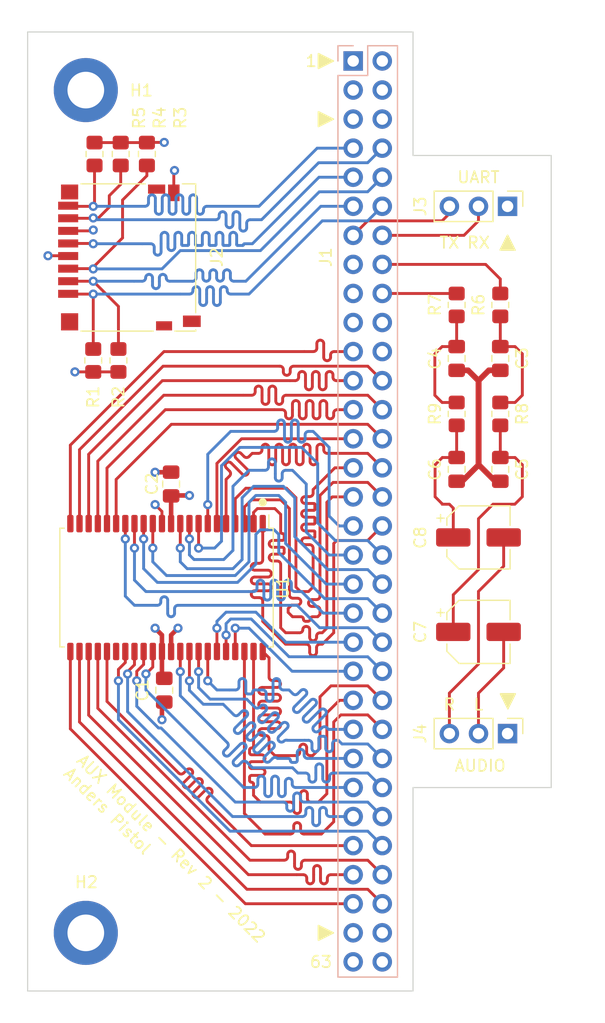
<source format=kicad_pcb>
(kicad_pcb (version 20211014) (generator pcbnew)
  (layers (0 "F.Cu" jumper) (1 "In1.Cu" signal) (2 "In2.Cu" signal) (31 "B.Cu" signal) (34 "B.Paste" user) (35 "F.Paste" user) (36 "B.SilkS" user "B.Silkscreen") (37 "F.SilkS" user "F.Silkscreen") (38 "B.Mask" user) (39 "F.Mask" user) (44 "Edge.Cuts" user))
  (net 0 "")
  (net 1 "GND")
  (net 2 "3v3")
  (net 3 "A0")
  (net 5 "A1")
  (net 6 "A2")
  (net 7 "A3")
  (net 8 "A4")
  (net 9 "A5")
  (net 10 "A6")
  (net 11 "A7")
  (net 12 "A8")
  (net 13 "A9")
  (net 14 "A10")
  (net 15 "A11")
  (net 16 "A12")
  (net 17 "A13")
  (net 18 "A14")
  (net 19 "A15")
  (net 20 "A16")
  (net 21 "A17")
  (net 22 "D0")
  (net 23 "D1")
  (net 24 "D2")
  (net 25 "D3")
  (net 26 "D4")
  (net 27 "D5")
  (net 28 "D6")
  (net 29 "D7")
  (net 30 "D8")
  (net 31 "D9")
  (net 32 "D10")
  (net 33 "D11")
  (net 34 "D12")
  (net 35 "D13")
  (net 36 "D14")
  (net 37 "D15")
  (net 38 "CE_N")
  (net 39 "WE_N")
  (net 40 "OE_N")
  (net 41 "UB_N")
  (net 42 "LB_N")
  (net 44 "PWM_L")
  (net 45 "PWM_R")
  (net 47 "SD_DAT3")
  (net 48 "SD_CMD")
  (net 49 "SD_CLK")
  (net 50 "SD_DAT0")
  (net 51 "SD_DAT1")
  (net 52 "SD_DAT2")
  (net 55 "RX")
  (net 56 "TX")
  (net 58 "Net-(C3-Pad1)")
  (net 59 "Net-(C3-Pad2)")
  (net 60 "Net-(C4-Pad2)")
  (net 61 "Net-(C5-Pad1)")
  (net 62 "Net-(C6-Pad2)")
  (net 63 "AUDIO_L")
  (net 64 "AUDIO_R")
  (footprint "Resistor_SMD:R_0805_2012Metric_Pad1.20x1.40mm_HandSolder" (layer "F.Cu") (at 108.712 70.358 -90)
    (fp_text reference "R5")
    (fp_text value "4k7")
  )
  (footprint "Capacitor_SMD:CP_Elec_5x5.3" (layer "F.Cu") (at 142.24 112.123269)
    (fp_text reference "C7")
    (fp_text value "100uF")
  )
  (footprint "Resistor_SMD:R_0805_2012Metric_Pad1.20x1.40mm_HandSolder" (layer "F.Cu") (at 110.998 70.358 -90)
    (fp_text reference "R4")
    (fp_text value "4k7")
  )
  (footprint "Connector_PinHeader_2.54mm:PinHeader_1x03_P2.54mm_Vertical" (layer "F.Cu") (at 144.78 74.93 -90)
    (fp_text reference "J3")
    (fp_text value "Conn_01x03")
  )
  (footprint "Capacitor_SMD:C_0805_2012Metric_Pad1.18x1.45mm_HandSolder" (layer "F.Cu") (at 140.335 88.225769 90)
    (fp_text reference "C4")
    (fp_text value "10nF")
  )
  (footprint "MountingHole:MountingHole_3.2mm_M3_DIN965_Pad" (layer "F.Cu") (at 107.95 64.77)
    (fp_text reference "H1")
    (fp_text value "MountingHole")
  )
  (footprint "Resistor_SMD:R_0805_2012Metric_Pad1.20x1.40mm_HandSolder" (layer "F.Cu") (at 144.145 83.548269 -90)
    (fp_text reference "R6")
    (fp_text value "4k7")
  )
  (footprint "Connector_PinHeader_2.54mm:PinHeader_1x03_P2.54mm_Vertical" (layer "F.Cu") (at 144.78 121.013269 -90)
    (fp_text reference "J4")
    (fp_text value "Conn_01x03")
  )
  (footprint "Resistor_SMD:R_0805_2012Metric_Pad1.20x1.40mm_HandSolder" (layer "F.Cu") (at 140.335 93.073269 -90)
    (fp_text reference "R9")
    (fp_text value "4k7")
  )
  (footprint "Resistor_SMD:R_0805_2012Metric_Pad1.20x1.40mm_HandSolder" (layer "F.Cu") (at 108.6 88.4 90)
    (fp_text reference "R1")
    (fp_text value "4k7")
  )
  (footprint "Capacitor_SMD:C_0805_2012Metric_Pad1.18x1.45mm_HandSolder" (layer "F.Cu") (at 115.4 99.2 90)
    (fp_text reference "C2")
    (fp_text value "100nF")
  )
  (footprint "Package_SO:TSOP-II-44_10.16x18.41mm_P0.8mm" (layer "F.Cu") (at 115 108.25 -90)
    (fp_text reference "U1")
    (fp_text value "IS61LV25616AL")
  )
  (footprint "Resistor_SMD:R_0805_2012Metric_Pad1.20x1.40mm_HandSolder" (layer "F.Cu") (at 113.284 70.358 -90)
    (fp_text reference "R3")
    (fp_text value "4k7")
  )
  (footprint "Capacitor_SMD:C_0805_2012Metric_Pad1.18x1.45mm_HandSolder" (layer "F.Cu") (at 114.8 117.221 -90)
    (fp_text reference "C1")
    (fp_text value "100nF")
  )
  (footprint "Capacitor_SMD:CP_Elec_5x5.3" (layer "F.Cu") (at 142.24 103.868269)
    (fp_text reference "C8")
    (fp_text value "100uF")
  )
  (footprint "Capacitor_SMD:C_0805_2012Metric_Pad1.18x1.45mm_HandSolder" (layer "F.Cu") (at 140.335 97.920769 90)
    (fp_text reference "C6")
    (fp_text value "10nF")
  )
  (footprint "Capacitor_SMD:C_0805_2012Metric_Pad1.18x1.45mm_HandSolder" (layer "F.Cu") (at 144.145 97.920769 -90)
    (fp_text reference "C5")
    (fp_text value "10nF")
  )
  (footprint "Resistor_SMD:R_0805_2012Metric_Pad1.20x1.40mm_HandSolder" (layer "F.Cu") (at 140.335 83.548269 -90)
    (fp_text reference "R7")
    (fp_text value "4k7")
  )
  (footprint "MountingHole:MountingHole_3.2mm_M3_DIN965_Pad" (layer "F.Cu") (at 107.95 138.43)
    (fp_text reference "H2")
    (fp_text value "MountingHole")
  )
  (footprint "Capacitor_SMD:C_0805_2012Metric_Pad1.18x1.45mm_HandSolder" (layer "F.Cu") (at 144.145 88.225769 -90)
    (fp_text reference "C3")
    (fp_text value "10nF")
  )
  (footprint "Resistor_SMD:R_0805_2012Metric_Pad1.20x1.40mm_HandSolder" (layer "F.Cu") (at 144.145 93.073269 -90)
    (fp_text reference "R8")
    (fp_text value "4k7")
  )
  (footprint "Resistor_SMD:R_0805_2012Metric_Pad1.20x1.40mm_HandSolder" (layer "F.Cu") (at 110.8 88.4 90)
    (fp_text reference "R2")
    (fp_text value "4k7")
  )
  (footprint "Connector_Card:microSD_HC_Hirose_DM3D-SF" (layer "F.Cu") (at 111.76 79.4 -90)
    (fp_text reference "J2")
    (fp_text value "Micro_SD_Card")
  )
  (footprint "Connector_PinSocket_2.54mm:PinSocket_2x32_P2.54mm_Vertical" (layer "B.Cu") (at 131.298 62.225 180)
    (fp_text reference "J1")
    (fp_text value "LEFT")
  )
  (gr_poly (pts (xy 145.441883 117.541847) (xy 144.806883 118.811847) (xy 144.171883 117.541847)) (layer "F.SilkS") (width 0.15) (fill solid))
  (gr_poly (pts (xy 128.27 61.595) (xy 129.54 62.23) (xy 128.27 62.865)) (layer "F.SilkS") (width 0.15) (fill solid))
  (gr_poly (pts (xy 128.27 66.675) (xy 129.54 67.31) (xy 128.27 67.945)) (layer "F.SilkS") (width 0.15) (fill solid))
  (gr_circle (center 123.4 100.8) (end 123.682843 100.8) (layer "F.SilkS") (width 0.15) (fill solid))
  (gr_poly (pts (xy 144.145 78.74) (xy 144.78 77.47) (xy 145.415 78.74)) (layer "F.SilkS") (width 0.15) (fill solid))
  (gr_poly (pts (xy 128.27 137.795) (xy 129.54 138.43) (xy 128.27 139.065)) (layer "F.SilkS") (width 0.15) (fill solid))
  (gr_line (start 136.525 69.85) (end 136.525 70.485) (layer "Edge.Cuts") (width 0.1))
  (gr_line (start 148.59 125.73) (end 136.525 125.73) (layer "Edge.Cuts") (width 0.1))
  (gr_line (start 102.87 59.69) (end 136.525 59.69) (layer "Edge.Cuts") (width 0.1))
  (gr_line (start 136.525 70.485) (end 148.59 70.485) (layer "Edge.Cuts") (width 0.1))
  (gr_line (start 102.87 143.51) (end 102.87 59.69) (layer "Edge.Cuts") (width 0.1))
  (gr_line (start 136.525 143.51) (end 102.87 143.51) (layer "Edge.Cuts") (width 0.1))
  (gr_line (start 136.525 143.51) (end 136.525 125.73) (layer "Edge.Cuts") (width 0.1))
  (gr_line (start 136.525 59.69) (end 136.525 69.85) (layer "Edge.Cuts") (width 0.1))
  (gr_line (start 148.59 125.73) (end 148.59 70.485) (layer "Edge.Cuts") (width 0.1))
  (gr_text "RX" (at 142.24 78.105) (layer "F.SilkS") (effects (font (size 1 1))))
  (gr_text "TX" (at 139.7 78.105) (layer "F.SilkS") (effects (font (size 1 1))))
  (gr_text "AUX Module - Rev 2 - 2022\nAnders Pistol" (at 106.8 123.6 -45) (layer "F.SilkS") (effects (font (size 1 1)) (justify left)))
  (gr_text "UART" (at 142.24 72.39) (layer "F.SilkS") (effects (font (size 1 1))))
  (gr_text "L" (at 142.24 118.473269) (layer "F.SilkS") (effects (font (size 1 1))))
  (gr_text "R" (at 139.7 118.473269) (layer "F.SilkS") (effects (font (size 1 1))))
  (gr_text "63" (at 129.54 140.97) (layer "F.SilkS") (effects (font (size 1 1)) (justify right)))
  (gr_text "AUDIO" (at 142.396209 123.825) (layer "F.SilkS") (effects (font (size 1 1))))
  (gr_text "1" (at 127.635 62.23) (layer "F.SilkS") (effects (font (size 1 1))))
  (segment (start 114.8 118.2585) (end 114.6 118.4585) (width 0.25) (layer "F.Cu") (net 1))
  (segment (start 108.6 77) (end 108.525 77.075) (width 0.25) (layer "F.Cu") (net 1))
  (segment (start 115.4 113.8375) (end 115.4 112.4) (width 0.4) (layer "F.Cu") (net 1))
  (segment (start 114.6 102.6625) (end 114.6 101.6) (width 0.25) (layer "F.Cu") (net 1))
  (segment (start 114.6 118.4585) (end 114.6 119.8) (width 0.4) (layer "F.Cu") (net 1))
  (segment (start 108.525 77.075) (end 106.41 77.075) (width 0.25) (layer "F.Cu") (net 1))
  (segment (start 115.697 71.8) (end 115.635 71.862) (width 0.25) (layer "F.Cu") (net 1))
  (segment (start 115.3915 98.171) (end 115.4 98.1625) (width 0.25) (layer "F.Cu") (net 1))
  (segment (start 114 98.171) (end 115.3915 98.171) (width 0.4) (layer "F.Cu") (net 1))
  (segment (start 115.4 112.4) (end 116 111.8) (width 0.4) (layer "F.Cu") (net 1))
  (segment (start 115.635 71.862) (end 115.635 73.75) (width 0.25) (layer "F.Cu") (net 1))
  (segment (start 114.6 101.6) (end 114 101) (width 0.25) (layer "F.Cu") (net 1))
  (via (at 114 101) (size 0.8) (drill 0.4) (layers "F.Cu" "B.Cu") (net 1))
  (via (at 115.697 71.8) (size 0.8) (drill 0.4) (layers "F.Cu" "B.Cu") (net 1))
  (via (at 114.6 119.8) (size 0.8) (drill 0.4) (layers "F.Cu" "B.Cu") (net 1))
  (via (at 108.6 77) (size 0.8) (drill 0.4) (layers "F.Cu" "B.Cu") (net 1))
  (via (at 114 98.171) (size 0.8) (drill 0.4) (layers "F.Cu" "B.Cu") (net 1))
  (via (at 116 111.8) (size 0.8) (drill 0.4) (layers "F.Cu" "B.Cu") (net 1))
  (segment (start 108.6 89.4) (end 110.8 89.4) (width 0.25) (layer "F.Cu") (net 2))
  (segment (start 113.284 69.358) (end 110.998 69.358) (width 0.25) (layer "F.Cu") (net 2))
  (segment (start 114.8 116.1835) (end 114.6 115.9835) (width 0.25) (layer "F.Cu") (net 2))
  (segment (start 113.3 69.342) (end 113.284 69.358) (width 0.25) (layer "F.Cu") (net 2))
  (segment (start 107 89.4) (end 108.6 89.4) (width 0.25) (layer "F.Cu") (net 2))
  (segment (start 114.6 113.8375) (end 114.6 112.4) (width 0.4) (layer "F.Cu") (net 2))
  (segment (start 115.4375 100.2) (end 115.4 100.2375) (width 0.25) (layer "F.Cu") (net 2))
  (segment (start 115.4 102.6625) (end 115.4 100.2375) (width 0.4) (layer "F.Cu") (net 2))
  (segment (start 110.998 69.358) (end 108.712 69.358) (width 0.25) (layer "F.Cu") (net 2))
  (segment (start 106.41 79.275) (end 106.383 79.248) (width 0.25) (layer "F.Cu") (net 2))
  (segment (start 117 100.2) (end 115.4375 100.2) (width 0.4) (layer "F.Cu") (net 2))
  (segment (start 106.383 79.248) (end 104.648 79.248) (width 0.25) (layer "F.Cu") (net 2))
  (segment (start 114.6 112.4) (end 114 111.8) (width 0.4) (layer "F.Cu") (net 2))
  (segment (start 114.8 69.342) (end 113.3 69.342) (width 0.25) (layer "F.Cu") (net 2))
  (segment (start 114.6 115.9835) (end 114.6 113.8375) (width 0.4) (layer "F.Cu") (net 2))
  (via (at 114 111.8) (size 0.8) (drill 0.4) (layers "F.Cu" "B.Cu") (net 2))
  (via (at 117 100.2) (size 0.8) (drill 0.4) (layers "F.Cu" "B.Cu") (net 2))
  (via (at 107 89.4) (size 0.8) (drill 0.4) (layers "F.Cu" "B.Cu") (net 2))
  (via (at 104.648 79.248) (size 0.8) (drill 0.4) (layers "F.Cu" "B.Cu") (net 2))
  (via (at 114.8 69.342) (size 0.8) (drill 0.4) (layers "F.Cu" "B.Cu") (net 2))
  (segment (start 128.1 113.5) (end 128.1 113.9) (width 0.25) (layer "F.Cu") (net 3))
  (segment (start 122.7 107.33) (end 123.85 107.33) (width 0.25) (layer "F.Cu") (net 3))
  (segment (start 129.6 104.4) (end 129.6 112.2) (width 0.25) (layer "F.Cu") (net 3))
  (segment (start 128.6 113.2) (end 128.4 113.2) (width 0.25) (layer "F.Cu") (net 3))
  (segment (start 129.86 104.14) (end 129.6 104.4) (width 0.25) (layer "F.Cu") (net 3))
  (segment (start 123.85 107.93) (end 122.7 107.93) (width 0.25) (layer "F.Cu") (net 3))
  (segment (start 129.6 112.2) (end 128.6 113.2) (width 0.25) (layer "F.Cu") (net 3))
  (segment (start 133.838 102.865) (end 132.563 104.14) (width 0.25) (layer "F.Cu") (net 3))
  (segment (start 132.563 104.14) (end 129.86 104.14) (width 0.25) (layer "F.Cu") (net 3))
  (segment (start 125.392 113.2) (end 123.4 111.208) (width 0.25) (layer "F.Cu") (net 3))
  (segment (start 122.7 108.53) (end 123.85 108.53) (width 0.25) (layer "F.Cu") (net 3))
  (segment (start 127.5 113.9) (end 127.5 113.5) (width 0.25) (layer "F.Cu") (net 3))
  (segment (start 123.1 109.13) (end 122.7 109.13) (width 0.25) (layer "F.Cu") (net 3))
  (segment (start 122.7 106.13) (end 123.1 106.13) (width 0.25) (layer "F.Cu") (net 3))
  (segment (start 123.4 111.208) (end 123.4 109.43) (width 0.25) (layer "F.Cu") (net 3))
  (segment (start 127.2 113.2) (end 127.15 113.2) (width 0.25) (layer "F.Cu") (net 3))
  (segment (start 127.15 113.2) (end 125.392 113.2) (width 0.25) (layer "F.Cu") (net 3))
  (segment (start 123.85 106.73) (end 122.7 106.73) (width 0.25) (layer "F.Cu") (net 3))
  (segment (start 123.4 105.83) (end 123.4 102.6625) (width 0.25) (layer "F.Cu") (net 3))
  (arc (start 123.85 107.33) (mid 124.062132 107.242132) (end 124.15 107.03) (width 0.25) (layer "F.Cu") (net 3))
  (arc (start 124.15 107.03) (mid 124.062132 106.817868) (end 123.85 106.73) (width 0.25) (layer "F.Cu") (net 3))
  (arc (start 123.1 106.13) (mid 123.312132 106.042132) (end 123.4 105.83) (width 0.25) (layer "F.Cu") (net 3))
  (arc (start 122.7 106.73) (mid 122.487868 106.642132) (end 122.4 106.43) (width 0.25) (layer "F.Cu") (net 3))
  (arc (start 128.4 113.2) (mid 128.187868 113.287868) (end 128.1 113.5) (width 0.25) (layer "F.Cu") (net 3))
  (arc (start 128.1 113.9) (mid 128.012132 114.112132) (end 127.8 114.2) (width 0.25) (layer "F.Cu") (net 3))
  (arc (start 124.15 108.23) (mid 124.062132 108.017868) (end 123.85 107.93) (width 0.25) (layer "F.Cu") (net 3))
  (arc (start 123.85 108.53) (mid 124.062132 108.442132) (end 124.15 108.23) (width 0.25) (layer "F.Cu") (net 3))
  (arc (start 122.4 107.63) (mid 122.487868 107.417868) (end 122.7 107.33) (width 0.25) (layer "F.Cu") (net 3))
  (arc (start 122.4 106.43) (mid 122.487868 106.217868) (end 122.7 106.13) (width 0.25) (layer "F.Cu") (net 3))
  (arc (start 127.8 114.2) (mid 127.587868 114.112132) (end 127.5 113.9) (width 0.25) (layer "F.Cu") (net 3))
  (arc (start 123.4 109.43) (mid 123.312132 109.217868) (end 123.1 109.13) (width 0.25) (layer "F.Cu") (net 3))
  (arc (start 122.7 109.13) (mid 122.487868 109.042132) (end 122.4 108.83) (width 0.25) (layer "F.Cu") (net 3))
  (arc (start 122.4 108.83) (mid 122.487868 108.617868) (end 122.7 108.53) (width 0.25) (layer "F.Cu") (net 3))
  (arc (start 122.7 107.93) (mid 122.487868 107.842132) (end 122.4 107.63) (width 0.25) (layer "F.Cu") (net 3))
  (arc (start 127.5 113.5) (mid 127.412132 113.287868) (end 127.2 113.2) (width 0.25) (layer "F.Cu") (net 3))
  (segment (start 124.268 104.128) (end 125.118 104.128) (width 0.25) (layer "F.Cu") (net 5))
  (segment (start 122.6 101.682) (end 122.6 102.6625) (width 0.25) (layer "F.Cu") (net 5))
  (segment (start 129 100.8) (end 129 111.8) (width 0.25) (layer "F.Cu") (net 5))
  (segment (start 129 111.8) (end 128.6 112.2) (width 0.25) (layer "F.Cu") (net 5))
  (segment (start 125.268 103.978) (end 125.268 103.678) (width 0.25) (layer "F.Cu") (net 5))
  (segment (start 124.268 105.328) (end 125.118 105.328) (width 0.25) (layer "F.Cu") (net 5))
  (segment (start 127.225 111.65) (end 127.175 111.65) (width 0.25) (layer "F.Cu") (net 5))
  (segment (start 124.968 101.854) (end 124.46 101.346) (width 0.25) (layer "F.Cu") (net 5))
  (segment (start 129.475 100.325) (end 129 100.8) (width 0.25) (layer "F.Cu") (net 5))
  (segment (start 125.118 104.728) (end 124.268 104.728) (width 0.25) (layer "F.Cu") (net 5))
  (segment (start 124.46 101.346) (end 122.936 101.346) (width 0.25) (layer "F.Cu") (net 5))
  (segment (start 128.1 112.5) (end 128.1 112.6) (width 0.25) (layer "F.Cu") (net 5))
  (segment (start 125.4 112.2) (end 124.968 111.768) (width 0.25) (layer "F.Cu") (net 5))
  (segment (start 124.968 111.768) (end 124.968 106.228) (width 0.25) (layer "F.Cu") (net 5))
  (segment (start 124.668 105.928) (end 124.268 105.928) (width 0.25) (layer "F.Cu") (net 5))
  (segment (start 131.298 100.325) (end 129.475 100.325) (width 0.25) (layer "F.Cu") (net 5))
  (segment (start 124.968 103.378) (end 124.968 101.854) (width 0.25) (layer "F.Cu") (net 5))
  (segment (start 127.5 112.5) (end 127.5 111.925) (width 0.25) (layer "F.Cu") (net 5))
  (segment (start 127.5 112.6) (end 127.5 112.5) (width 0.25) (layer "F.Cu") (net 5))
  (segment (start 125.268 105.178) (end 125.268 104.878) (width 0.25) (layer "F.Cu") (net 5))
  (segment (start 128.6 112.2) (end 128.4 112.2) (width 0.25) (layer "F.Cu") (net 5))
  (segment (start 126.625 112.2) (end 126.420893 112.2) (width 0.25) (layer "F.Cu") (net 5))
  (segment (start 126.420893 112.2) (end 125.4 112.2) (width 0.25) (layer "F.Cu") (net 5))
  (segment (start 122.936 101.346) (end 122.6 101.682) (width 0.25) (layer "F.Cu") (net 5))
  (arc (start 127.8 112.9) (mid 127.587868 112.812132) (end 127.5 112.6) (width 0.25) (layer "F.Cu") (net 5))
  (arc (start 125.118 104.128) (mid 125.224066 104.084066) (end 125.268 103.978) (width 0.25) (layer "F.Cu") (net 5))
  (arc (start 126.9 111.925) (mid 126.819454 112.119454) (end 126.625 112.2) (width 0.25) (layer "F.Cu") (net 5))
  (arc (start 125.268 104.878) (mid 125.224066 104.771934) (end 125.118 104.728) (width 0.25) (layer "F.Cu") (net 5))
  (arc (start 127.5 111.925) (mid 127.419454 111.730546) (end 127.225 111.65) (width 0.25) (layer "F.Cu") (net 5))
  (arc (start 124.268 104.728) (mid 124.055868 104.640132) (end 123.968 104.428) (width 0.25) (layer "F.Cu") (net 5))
  (arc (start 125.118 105.328) (mid 125.224066 105.284066) (end 125.268 105.178) (width 0.25) (layer "F.Cu") (net 5))
  (arc (start 123.968 104.428) (mid 124.055868 104.215868) (end 124.268 104.128) (width 0.25) (layer "F.Cu") (net 5))
  (arc (start 123.968 105.628) (mid 124.055868 105.415868) (end 124.268 105.328) (width 0.25) (layer "F.Cu") (net 5))
  (arc (start 124.268 105.928) (mid 124.055868 105.840132) (end 123.968 105.628) (width 0.25) (layer "F.Cu") (net 5))
  (arc (start 125.268 103.678) (mid 125.224066 103.571934) (end 125.118 103.528) (width 0.25) (layer "F.Cu") (net 5))
  (arc (start 128.4 112.2) (mid 128.187868 112.287868) (end 128.1 112.5) (width 0.25) (layer "F.Cu") (net 5))
  (arc (start 124.968 106.228) (mid 124.880132 106.015868) (end 124.668 105.928) (width 0.25) (layer "F.Cu") (net 5))
  (arc (start 125.118 103.528) (mid 125.011934 103.484066) (end 124.968 103.378) (width 0.25) (layer "F.Cu") (net 5))
  (arc (start 127.175 111.65) (mid 126.980546 111.730546) (end 126.9 111.925) (width 0.25) (layer "F.Cu") (net 5))
  (arc (start 128.1 112.6) (mid 128.012132 112.812132) (end 127.8 112.9) (width 0.25) (layer "F.Cu") (net 5))
  (segment (start 126.43 109.78) (end 125.92 109.78) (width 0.25) (layer "F.Cu") (net 6))
  (segment (start 126.03 109.18) (end 126.43 109.18) (width 0.25) (layer "F.Cu") (net 6))
  (segment (start 125.73 101.346) (end 125.73 108.88) (width 0.25) (layer "F.Cu") (net 6))
  (segment (start 127.75 110.8) (end 128.2 110.8) (width 0.25) (layer "F.Cu") (net 6))
  (segment (start 132.573 99.06) (end 133.838 100.325) (width 0.25) (layer "F.Cu") (net 6))
  (segment (start 125.92 109.78) (end 125.619508 110.080492) (width 0.25) (layer "F.Cu") (net 6))
  (segment (start 127.7 109.3) (end 128.1 109.3) (width 0.25) (layer "F.Cu") (net 6))
  (segment (start 128.4 110.6) (end 128.4 110.2) (width 0.25) (layer "F.Cu") (net 6))
  (segment (start 121.8 101.212) (end 122.428 100.584) (width 0.25) (layer "F.Cu") (net 6))
  (segment (start 129.54 99.06) (end 132.573 99.06) (width 0.25) (layer "F.Cu") (net 6))
  (segment (start 128.2 110.8) (end 128.4 110.6) (width 0.25) (layer "F.Cu") (net 6))
  (segment (start 121.8 102.6625) (end 121.8 101.212) (width 0.25) (layer "F.Cu") (net 6))
  (segment (start 128.4 100.2) (end 129.54 99.06) (width 0.25) (layer "F.Cu") (net 6))
  (segment (start 122.428 100.584) (end 124.968 100.584) (width 0.25) (layer "F.Cu") (net 6))
  (segment (start 124.968 100.584) (end 125.73 101.346) (width 0.25) (layer "F.Cu") (net 6))
  (segment (start 128.1 109.9) (end 127.7 109.9) (width 0.25) (layer "F.Cu") (net 6))
  (segment (start 126 110.8) (end 126.75 110.8) (width 0.25) (layer "F.Cu") (net 6))
  (segment (start 128.4 109) (end 128.4 100.2) (width 0.25) (layer "F.Cu") (net 6))
  (segment (start 127.15 111.2) (end 127.35 111.2) (width 0.25) (layer "F.Cu") (net 6))
  (segment (start 125.619508 110.080492) (end 125.619508 110.419508) (width 0.25) (layer "F.Cu") (net 6))
  (segment (start 125.619508 110.419508) (end 126 110.8) (width 0.25) (layer "F.Cu") (net 6))
  (arc (start 128.1 109.3) (mid 128.312132 109.212132) (end 128.4 109) (width 0.25) (layer "F.Cu") (net 6))
  (arc (start 127.4 109.6) (mid 127.487868 109.387868) (end 127.7 109.3) (width 0.25) (layer "F.Cu") (net 6))
  (arc (start 127.55 111) (mid 127.608579 110.858579) (end 127.75 110.8) (width 0.25) (layer "F.Cu") (net 6))
  (arc (start 126.73 109.48) (mid 126.642132 109.692132) (end 126.43 109.78) (width 0.25) (layer "F.Cu") (net 6))
  (arc (start 126.43 109.18) (mid 126.642132 109.267868) (end 126.73 109.48) (width 0.25) (layer "F.Cu") (net 6))
  (arc (start 127.35 111.2) (mid 127.491421 111.141421) (end 127.55 111) (width 0.25) (layer "F.Cu") (net 6))
  (arc (start 128.4 110.2) (mid 128.312132 109.987868) (end 128.1 109.9) (width 0.25) (layer "F.Cu") (net 6))
  (arc (start 126.75 110.8) (mid 126.891421 110.858579) (end 126.95 111) (width 0.25) (layer "F.Cu") (net 6))
  (arc (start 127.7 109.9) (mid 127.487868 109.812132) (end 127.4 109.6) (width 0.25) (layer "F.Cu") (net 6))
  (arc (start 125.73 108.88) (mid 125.817868 109.092132) (end 126.03 109.18) (width 0.25) (layer "F.Cu") (net 6))
  (arc (start 126.95 111) (mid 127.008579 111.141421) (end 127.15 111.2) (width 0.25) (layer "F.Cu") (net 6))
  (segment (start 127.1 100.9) (end 127.875 100.9) (width 0.25) (layer "F.Cu") (net 7))
  (segment (start 127.1 104.5) (end 127.5 104.5) (width 0.25) (layer "F.Cu") (net 7))
  (segment (start 127.875 101.5) (end 127.1 101.5) (width 0.25) (layer "F.Cu") (net 7))
  (segment (start 127.1 103.3) (end 127.875 103.3) (width 0.25) (layer "F.Cu") (net 7))
  (segment (start 127.95 103.375) (end 127.95 103.825) (width 0.25) (layer "F.Cu") (net 7))
  (segment (start 131.298 97.785) (end 129.7 97.785) (width 0.25) (layer "F.Cu") (net 7))
  (segment (start 127.8 104.8) (end 127.8 108.2) (width 0.25) (layer "F.Cu") (net 7))
  (segment (start 127.8 108.2) (end 127.4 108.6) (width 0.25) (layer "F.Cu") (net 7))
  (segment (start 127.4 108.6) (end 126.692 108.6) (width 0.25) (layer "F.Cu") (net 7))
  (segment (start 127.875 103.9) (end 127.1 103.9) (width 0.25) (layer "F.Cu") (net 7))
  (segment (start 121 100.488) (end 121 102.6625) (width 0.25) (layer "F.Cu") (net 7))
  (segment (start 127.8 99.685) (end 127.8 100) (width 0.25) (layer "F.Cu") (net 7))
  (segment (start 126.3 108.208) (end 126.3 100.392) (width 0.25) (layer "F.Cu") (net 7))
  (segment (start 127.1 102.1) (end 127.875 102.1) (width 0.25) (layer "F.Cu") (net 7))
  (segment (start 125.476 99.568) (end 121.92 99.568) (width 0.25) (layer "F.Cu") (net 7))
  (segment (start 127.5 100.3) (end 127.1 100.3) (width 0.25) (layer "F.Cu") (net 7))
  (segment (start 127.95 102.175) (end 127.95 102.625) (width 0.25) (layer "F.Cu") (net 7))
  (segment (start 127.95 100.975) (end 127.95 101.425) (width 0.25) (layer "F.Cu") (net 7))
  (segment (start 126.692 108.6) (end 126.3 108.208) (width 0.25) (layer "F.Cu") (net 7))
  (segment (start 127.875 102.7) (end 127.1 102.7) (width 0.25) (layer "F.Cu") (net 7))
  (segment (start 129.7 97.785) (end 127.8 99.685) (width 0.25) (layer "F.Cu") (net 7))
  (segment (start 126.3 100.392) (end 125.476 99.568) (width 0.25) (layer "F.Cu") (net 7))
  (segment (start 121.92 99.568) (end 121 100.488) (width 0.25) (layer "F.Cu") (net 7))
  (arc (start 127.875 103.3) (mid 127.928033 103.321967) (end 127.95 103.375) (width 0.25) (layer "F.Cu") (net 7))
  (arc (start 127.95 103.825) (mid 127.928033 103.878033) (end 127.875 103.9) (width 0.25) (layer "F.Cu") (net 7))
  (arc (start 127.1 103.9) (mid 126.887868 103.987868) (end 126.8 104.2) (width 0.25) (layer "F.Cu") (net 7))
  (arc (start 126.8 101.8) (mid 126.887868 102.012132) (end 127.1 102.1) (width 0.25) (layer "F.Cu") (net 7))
  (arc (start 127.5 104.5) (mid 127.712132 104.587868) (end 127.8 104.8) (width 0.25) (layer "F.Cu") (net 7))
  (arc (start 127.1 102.7) (mid 126.887868 102.787868) (end 126.8 103) (width 0.25) (layer "F.Cu") (net 7))
  (arc (start 126.8 100.6) (mid 126.887868 100.812132) (end 127.1 100.9) (width 0.25) (layer "F.Cu") (net 7))
  (arc (start 127.875 102.1) (mid 127.928033 102.121967) (end 127.95 102.175) (width 0.25) (layer "F.Cu") (net 7))
  (arc (start 127.95 102.625) (mid 127.928033 102.678033) (end 127.875 102.7) (width 0.25) (layer "F.Cu") (net 7))
  (arc (start 127.8 100) (mid 127.712132 100.212132) (end 127.5 100.3) (width 0.25) (layer "F.Cu") (net 7))
  (arc (start 126.8 103) (mid 126.887868 103.212132) (end 127.1 103.3) (width 0.25) (layer "F.Cu") (net 7))
  (arc (start 127.95 101.425) (mid 127.928033 101.478033) (end 127.875 101.5) (width 0.25) (layer "F.Cu") (net 7))
  (arc (start 126.8 104.2) (mid 126.887868 104.412132) (end 127.1 104.5) (width 0.25) (layer "F.Cu") (net 7))
  (arc (start 127.1 101.5) (mid 126.887868 101.587868) (end 126.8 101.8) (width 0.25) (layer "F.Cu") (net 7))
  (arc (start 127.1 100.3) (mid 126.887868 100.387868) (end 126.8 100.6) (width 0.25) (layer "F.Cu") (net 7))
  (arc (start 127.875 100.9) (mid 127.928033 100.921967) (end 127.95 100.975) (width 0.25) (layer "F.Cu") (net 7))
  (segment (start 126.932 96.02) (end 126.932 97.22) (width 0.25) (layer "F.Cu") (net 8))
  (segment (start 121.775734 96.8) (end 121.775735 96.8) (width 0.25) (layer "F.Cu") (net 8))
  (segment (start 121.068628 96.941421) (end 121.35147 97.224263) (width 0.25) (layer "F.Cu") (net 8))
  (segment (start 126.332 97.22) (end 126.332 96.02) (width 0.25) (layer "F.Cu") (net 8))
  (segment (start 121.13934 97.860662) (end 120.644364 97.365686) (width 0.25) (layer "F.Cu") (net 8))
  (segment (start 127.532 97.22) (end 127.532 96.02) (width 0.25) (layer "F.Cu") (net 8))
  (segment (start 125.132 97.22) (end 125.132 96.02) (width 0.25) (layer "F.Cu") (net 8))
  (segment (start 121.634314 98.355636) (end 121.13934 97.860662) (width 0.25) (layer "F.Cu") (net 8))
  (segment (start 132.573 96.52) (end 129.032 96.52) (width 0.25) (layer "F.Cu") (net 8))
  (segment (start 120.2 98.8) (end 120.2 102.6625) (width 0.25) (layer "F.Cu") (net 8))
  (segment (start 125.732 96.02) (end 125.732 97.22) (width 0.25) (layer "F.Cu") (net 8))
  (segment (start 121.775735 96.8) (end 121.492892 96.517157) (width 0.25) (layer "F.Cu") (net 8))
  (segment (start 123.032 96.52) (end 122.48 96.52) (width 0.25) (layer "F.Cu") (net 8))
  (segment (start 121.35147 97.224263) (end 122.058578 97.931372) (width 0.25) (layer "F.Cu") (net 8))
  (segment (start 120.502942 98.497056) (end 120.221285 98.778715) (width 0.25) (layer "F.Cu") (net 8))
  (segment (start 123.332 96.02) (end 123.332 96.22) (width 0.25) (layer "F.Cu") (net 8))
  (segment (start 128.132 96.02) (end 128.132 97.22) (width 0.25) (layer "F.Cu") (net 8))
  (segment (start 128.732 96.22) (end 128.732 96.02) (width 0.25) (layer "F.Cu") (net 8))
  (segment (start 120.2201 97.78995) (end 120.502942 98.072792) (width 0.25) (layer "F.Cu") (net 8))
  (segment (start 123.932 97.22) (end 123.932 96.02) (width 0.25) (layer "F.Cu") (net 8))
  (segment (start 122.48 96.52) (end 122.2 96.8) (width 0.25) (layer "F.Cu") (net 8))
  (segment (start 120.221285 98.778715) (end 120.2 98.8) (width 0.25) (layer "F.Cu") (net 8))
  (segment (start 124.532 96.02) (end 124.532 97.22) (width 0.25) (layer "F.Cu") (net 8))
  (segment (start 133.838 97.785) (end 132.573 96.52) (width 0.25) (layer "F.Cu") (net 8))
  (arc (start 125.432 97.52) (mid 125.219868 97.432132) (end 125.132 97.22) (width 0.25) (layer "F.Cu") (net 8))
  (arc (start 126.332 96.02) (mid 126.244132 95.807868) (end 126.032 95.72) (width 0.25) (layer "F.Cu") (net 8))
  (arc (start 126.932 97.22) (mid 126.844132 97.432132) (end 126.632 97.52) (width 0.25) (layer "F.Cu") (net 8))
  (arc (start 122.058578 98.355636) (mid 121.846446 98.443504) (end 121.634314 98.355636) (width 0.25) (layer "F.Cu") (net 8))
  (arc (start 128.132 97.22) (mid 128.044132 97.432132) (end 127.832 97.52) (width 0.25) (layer "F.Cu") (net 8))
  (arc (start 121.068628 96.517157) (mid 120.98076 96.729289) (end 121.068628 96.941421) (width 0.25) (layer "F.Cu") (net 8))
  (arc (start 124.232 97.52) (mid 124.019868 97.432132) (end 123.932 97.22) (width 0.25) (layer "F.Cu") (net 8))
  (arc (start 126.032 95.72) (mid 125.819868 95.807868) (end 125.732 96.02) (width 0.25) (layer "F.Cu") (net 8))
  (arc (start 123.632 95.72) (mid 123.419868 95.807868) (end 123.332 96.02) (width 0.25) (layer "F.Cu") (net 8))
  (arc (start 120.502942 98.072792) (mid 120.59081 98.284924) (end 120.502942 98.497056) (width 0.25) (layer "F.Cu") (net 8))
  (arc (start 124.832 95.72) (mid 124.619868 95.807868) (end 124.532 96.02) (width 0.25) (layer "F.Cu") (net 8))
  (arc (start 128.732 96.02) (mid 128.644132 95.807868) (end 128.432 95.72) (width 0.25) (layer "F.Cu") (net 8))
  (arc (start 125.732 97.22) (mid 125.644132 97.432132) (end 125.432 97.52) (width 0.25) (layer "F.Cu") (net 8))
  (arc (start 129.032 96.52) (mid 128.819868 96.432132) (end 128.732 96.22) (width 0.25) (layer "F.Cu") (net 8))
  (arc (start 128.432 95.72) (mid 128.219868 95.807868) (end 128.132 96.02) (width 0.25) (layer "F.Cu") (net 8))
  (arc (start 120.2201 97.365686) (mid 120.132232 97.577818) (end 120.2201 97.78995) (width 0.25) (layer "F.Cu") (net 8))
  (arc (start 125.132 96.02) (mid 125.044132 95.807868) (end 124.832 95.72) (width 0.25) (layer "F.Cu") (net 8))
  (arc (start 126.632 97.52) (mid 126.419868 97.432132) (end 126.332 97.22) (width 0.25) (layer "F.Cu") (net 8))
  (arc (start 127.532 96.02) (mid 127.444132 95.807868) (end 127.232 95.72) (width 0.25) (layer "F.Cu") (net 8))
  (arc (start 123.332 96.22) (mid 123.244132 96.432132) (end 123.032 96.52) (width 0.25) (layer "F.Cu") (net 8))
  (arc (start 127.232 95.72) (mid 127.019868 95.807868) (end 126.932 96.02) (width 0.25) (layer "F.Cu") (net 8))
  (arc (start 122.2 96.8) (mid 121.987867 96.887868) (end 121.775734 96.8) (width 0.25) (layer "F.Cu") (net 8))
  (arc (start 124.532 97.22) (mid 124.444132 97.432132) (end 124.232 97.52) (width 0.25) (layer "F.Cu") (net 8))
  (arc (start 123.932 96.02) (mid 123.844132 95.807868) (end 123.632 95.72) (width 0.25) (layer "F.Cu") (net 8))
  (arc (start 121.492892 96.517157) (mid 121.28076 96.429289) (end 121.068628 96.517157) (width 0.25) (layer "F.Cu") (net 8))
  (arc (start 120.644364 97.365686) (mid 120.432232 97.277818) (end 120.2201 97.365686) (width 0.25) (layer "F.Cu") (net 8))
  (arc (start 127.832 97.52) (mid 127.619868 97.432132) (end 127.532 97.22) (width 0.25) (layer "F.Cu") (net 8))
  (arc (start 122.058578 97.931372) (mid 122.146446 98.143504) (end 122.058578 98.355636) (width 0.25) (layer "F.Cu") (net 8))
  (segment (start 128.395 92.705) (end 128.395 93.205) (width 0.25) (layer "F.Cu") (net 9))
  (segment (start 125.995 92.205) (end 125.995 92.705) (width 0.25) (layer "F.Cu") (net 9))
  (segment (start 125.395 93.205) (end 125.395 93.005) (width 0.25) (layer "F.Cu") (net 9))
  (segment (start 127.195 92.705) (end 127.195 93.205) (width 0.25) (layer "F.Cu") (net 9))
  (segment (start 126.595 93.205) (end 126.595 92.705) (width 0.25) (layer "F.Cu") (net 9))
  (segment (start 128.995 93.005) (end 128.995 92.205) (width 0.25) (layer "F.Cu") (net 9))
  (segment (start 126.595 92.705) (end 126.595 92.205) (width 0.25) (layer "F.Cu") (net 9))
  (segment (start 124.4194 92.705) (end 114.895 92.705) (width 0.25) (layer "F.Cu") (net 9))
  (segment (start 127.195 92.205) (end 127.195 92.705) (width 0.25) (layer "F.Cu") (net 9))
  (segment (start 125.095 92.705) (end 124.4194 92.705) (width 0.25) (layer "F.Cu") (net 9))
  (segment (start 131.298 92.705) (end 129.895 92.705) (width 0.25) (layer "F.Cu") (net 9))
  (segment (start 127.795 92.705) (end 127.795 92.205) (width 0.25) (layer "F.Cu") (net 9))
  (segment (start 109.8 97.8) (end 109.8 102.6625) (width 0.25) (layer "F.Cu") (net 9))
  (segment (start 125.995 92.705) (end 125.995 93.205) (width 0.25) (layer "F.Cu") (net 9))
  (segment (start 127.795 93.205) (end 127.795 92.705) (width 0.25) (layer "F.Cu") (net 9))
  (segment (start 128.995 93.205) (end 128.995 93.005) (width 0.25) (layer "F.Cu") (net 9))
  (segment (start 128.395 92.205) (end 128.395 92.705) (width 0.25) (layer "F.Cu") (net 9))
  (segment (start 114.895 92.705) (end 109.8 97.8) (width 0.25) (layer "F.Cu") (net 9))
  (segment (start 129.595 93.005) (end 129.595 93.205) (width 0.25) (layer "F.Cu") (net 9))
  (arc (start 125.695 93.505) (mid 125.482868 93.417132) (end 125.395 93.205) (width 0.25) (layer "F.Cu") (net 9))
  (arc (start 128.995 92.205) (mid 128.907132 91.992868) (end 128.695 91.905) (width 0.25) (layer "F.Cu") (net 9))
  (arc (start 129.895 92.705) (mid 129.682868 92.792868) (end 129.595 93.005) (width 0.25) (layer "F.Cu") (net 9))
  (arc (start 125.395 93.005) (mid 125.307132 92.792868) (end 125.095 92.705) (width 0.25) (layer "F.Cu") (net 9))
  (arc (start 127.195 93.205) (mid 127.107132 93.417132) (end 126.895 93.505) (width 0.25) (layer "F.Cu") (net 9))
  (arc (start 127.795 92.205) (mid 127.707132 91.992868) (end 127.495 91.905) (width 0.25) (layer "F.Cu") (net 9))
  (arc (start 128.695 91.905) (mid 128.482868 91.992868) (end 128.395 92.205) (width 0.25) (layer "F.Cu") (net 9))
  (arc (start 128.395 93.205) (mid 128.307132 93.417132) (end 128.095 93.505) (width 0.25) (layer "F.Cu") (net 9))
  (arc (start 127.495 91.905) (mid 127.282868 91.992868) (end 127.195 92.205) (width 0.25) (layer "F.Cu") (net 9))
  (arc (start 126.295 91.905) (mid 126.082868 91.992868) (end 125.995 92.205) (width 0.25) (layer "F.Cu") (net 9))
  (arc (start 129.595 93.205) (mid 129.507132 93.417132) (end 129.295 93.505) (width 0.25) (layer "F.Cu") (net 9))
  (arc (start 129.295 93.505) (mid 129.082868 93.417132) (end 128.995 93.205) (width 0.25) (layer "F.Cu") (net 9))
  (arc (start 126.595 92.205) (mid 126.507132 91.992868) (end 126.295 91.905) (width 0.25) (layer "F.Cu") (net 9))
  (arc (start 126.895 93.505) (mid 126.682868 93.417132) (end 126.595 93.205) (width 0.25) (layer "F.Cu") (net 9))
  (arc (start 125.995 93.205) (mid 125.907132 93.417132) (end 125.695 93.505) (width 0.25) (layer "F.Cu") (net 9))
  (arc (start 128.095 93.505) (mid 127.882868 93.417132) (end 127.795 93.205) (width 0.25) (layer "F.Cu") (net 9))
  (segment (start 121.699562 91.44) (end 114.76 91.44) (width 0.25) (layer "F.Cu") (net 10))
  (segment (start 124.54 91.94) (end 124.54 91.74) (width 0.25) (layer "F.Cu") (net 10))
  (segment (start 123.34 91.44) (end 123.34 90.94) (width 0.25) (layer "F.Cu") (net 10))
  (segment (start 133.838 92.705) (end 132.573 91.44) (width 0.25) (layer "F.Cu") (net 10))
  (segment (start 123.34 91.94) (end 123.34 91.44) (width 0.25) (layer "F.Cu") (net 10))
  (segment (start 132.573 91.44) (end 125.44 91.44) (width 0.25) (layer "F.Cu") (net 10))
  (segment (start 124.54 91.74) (end 124.54 90.94) (width 0.25) (layer "F.Cu") (net 10))
  (segment (start 122.74 90.94) (end 122.74 91.14) (width 0.25) (layer "F.Cu") (net 10))
  (segment (start 114.76 91.44) (end 109 97.2) (width 0.25) (layer "F.Cu") (net 10))
  (segment (start 122.44 91.44) (end 121.699562 91.44) (width 0.25) (layer "F.Cu") (net 10))
  (segment (start 123.94 90.94) (end 123.94 91.44) (width 0.25) (layer "F.Cu") (net 10))
  (segment (start 125.14 91.74) (end 125.14 91.94) (width 0.25) (layer "F.Cu") (net 10))
  (segment (start 123.94 91.44) (end 123.94 91.94) (width 0.25) (layer "F.Cu") (net 10))
  (segment (start 109 97.2) (end 109 102.6625) (width 0.25) (layer "F.Cu") (net 10))
  (arc (start 123.04 90.64) (mid 122.827868 90.727868) (end 122.74 90.94) (width 0.25) (layer "F.Cu") (net 10))
  (arc (start 125.14 91.94) (mid 125.052132 92.152132) (end 124.84 92.24) (width 0.25) (layer "F.Cu") (net 10))
  (arc (start 125.44 91.44) (mid 125.227868 91.527868) (end 125.14 91.74) (width 0.25) (layer "F.Cu") (net 10))
  (arc (start 123.34 90.94) (mid 123.252132 90.727868) (end 123.04 90.64) (width 0.25) (layer "F.Cu") (net 10))
  (arc (start 123.64 92.24) (mid 123.427868 92.152132) (end 123.34 91.94) (width 0.25) (layer "F.Cu") (net 10))
  (arc (start 123.94 91.94) (mid 123.852132 92.152132) (end 123.64 92.24) (width 0.25) (layer "F.Cu") (net 10))
  (arc (start 124.84 92.24) (mid 124.627868 92.152132) (end 124.54 91.94) (width 0.25) (layer "F.Cu") (net 10))
  (arc (start 122.74 91.14) (mid 122.652132 91.352132) (end 122.44 91.44) (width 0.25) (layer "F.Cu") (net 10))
  (arc (start 124.24 90.64) (mid 124.027868 90.727868) (end 123.94 90.94) (width 0.25) (layer "F.Cu") (net 10))
  (arc (start 124.54 90.94) (mid 124.452132 90.727868) (end 124.24 90.64) (width 0.25) (layer "F.Cu") (net 10))
  (segment (start 128.335 90.165) (end 128.335 89.665) (width 0.25) (layer "F.Cu") (net 11))
  (segment (start 125.77932 90.165) (end 114.635 90.165) (width 0.25) (layer "F.Cu") (net 11))
  (segment (start 114.635 90.165) (end 108.2 96.6) (width 0.25) (layer "F.Cu") (net 11))
  (segment (start 128.935 89.865) (end 128.935 90.665) (width 0.25) (layer "F.Cu") (net 11))
  (segment (start 128.335 90.665) (end 128.335 90.165) (width 0.25) (layer "F.Cu") (net 11))
  (segment (start 129.535 89.865) (end 129.535 89.665) (width 0.25) (layer "F.Cu") (net 11))
  (segment (start 127.735 89.665) (end 127.735 90.165) (width 0.25) (layer "F.Cu") (net 11))
  (segment (start 108.2 96.6) (end 108.2 102.6625) (width 0.25) (layer "F.Cu") (net 11))
  (segment (start 127.135 90.665) (end 127.135 90.165) (width 0.25) (layer "F.Cu") (net 11))
  (segment (start 126.535 89.665) (end 126.535 89.865) (width 0.25) (layer "F.Cu") (net 11))
  (segment (start 131.298 90.165) (end 129.835 90.165) (width 0.25) (layer "F.Cu") (net 11))
  (segment (start 128.935 89.665) (end 128.935 89.865) (width 0.25) (layer "F.Cu") (net 11))
  (segment (start 127.135 90.165) (end 127.135 89.665) (width 0.25) (layer "F.Cu") (net 11))
  (segment (start 126.235 90.165) (end 125.77932 90.165) (width 0.25) (layer "F.Cu") (net 11))
  (segment (start 127.735 90.165) (end 127.735 90.665) (width 0.25) (layer "F.Cu") (net 11))
  (arc (start 126.835 89.365) (mid 126.622868 89.452868) (end 126.535 89.665) (width 0.25) (layer "F.Cu") (net 11))
  (arc (start 128.635 90.965) (mid 128.422868 90.877132) (end 128.335 90.665) (width 0.25) (layer "F.Cu") (net 11))
  (arc (start 128.335 89.665) (mid 128.247132 89.452868) (end 128.035 89.365) (width 0.25) (layer "F.Cu") (net 11))
  (arc (start 129.235 89.365) (mid 129.022868 89.452868) (end 128.935 89.665) (width 0.25) (layer "F.Cu") (net 11))
  (arc (start 127.135 89.665) (mid 127.047132 89.452868) (end 126.835 89.365) (width 0.25) (layer "F.Cu") (net 11))
  (arc (start 127.435 90.965) (mid 127.222868 90.877132) (end 127.135 90.665) (width 0.25) (layer "F.Cu") (net 11))
  (arc (start 128.935 90.665) (mid 128.847132 90.877132) (end 128.635 90.965) (width 0.25) (layer "F.Cu") (net 11))
  (arc (start 127.735 90.665) (mid 127.647132 90.877132) (end 127.435 90.965) (width 0.25) (layer "F.Cu") (net 11))
  (arc (start 129.535 89.665) (mid 129.447132 89.452868) (end 129.235 89.365) (width 0.25) (layer "F.Cu") (net 11))
  (arc (start 129.835 90.165) (mid 129.622868 90.077132) (end 129.535 89.865) (width 0.25) (layer "F.Cu") (net 11))
  (arc (start 128.035 89.365) (mid 127.822868 89.452868) (end 127.735 89.665) (width 0.25) (layer "F.Cu") (net 11))
  (arc (start 126.535 89.865) (mid 126.447132 90.077132) (end 126.235 90.165) (width 0.25) (layer "F.Cu") (net 11))
  (segment (start 124.9 88.9) (end 124.855601 88.9) (width 0.25) (layer "F.Cu") (net 12))
  (segment (start 107.4 96.2) (end 107.4 102.6625) (width 0.25) (layer "F.Cu") (net 12))
  (segment (start 132.573 88.9) (end 126.1 88.9) (width 0.25) (layer "F.Cu") (net 12))
  (segment (start 114.7 88.9) (end 107.4 96.2) (width 0.25) (layer "F.Cu") (net 12))
  (segment (start 125.8 89.2) (end 125.8 89.4) (width 0.25) (layer "F.Cu") (net 12))
  (segment (start 133.838 90.165) (end 132.573 88.9) (width 0.25) (layer "F.Cu") (net 12))
  (segment (start 125.2 89.4) (end 125.2 89.2) (width 0.25) (layer "F.Cu") (net 12))
  (segment (start 124.855601 88.9) (end 114.7 88.9) (width 0.25) (layer "F.Cu") (net 12))
  (arc (start 126.1 88.9) (mid 125.887868 88.987868) (end 125.8 89.2) (width 0.25) (layer "F.Cu") (net 12))
  (arc (start 125.5 89.7) (mid 125.287868 89.612132) (end 125.2 89.4) (width 0.25) (layer "F.Cu") (net 12))
  (arc (start 125.2 89.2) (mid 125.112132 88.987868) (end 124.9 88.9) (width 0.25) (layer "F.Cu") (net 12))
  (arc (start 125.8 89.4) (mid 125.712132 89.612132) (end 125.5 89.7) (width 0.25) (layer "F.Cu") (net 12))
  (segment (start 128.725 87.925) (end 128.725 86.925) (width 0.25) (layer "F.Cu") (net 13))
  (segment (start 128.725 88.125) (end 128.725 87.925) (width 0.25) (layer "F.Cu") (net 13))
  (segment (start 127.036603 87.625) (end 114.775 87.625) (width 0.25) (layer "F.Cu") (net 13))
  (segment (start 127.825 87.625) (end 127.036603 87.625) (width 0.25) (layer "F.Cu") (net 13))
  (segment (start 106.6 95.8) (end 106.6 102.6625) (width 0.25) (layer "F.Cu") (net 13))
  (segment (start 114.775 87.625) (end 106.6 95.8) (width 0.25) (layer "F.Cu") (net 13))
  (segment (start 129.325 87.925) (end 129.325 88.125) (width 0.25) (layer "F.Cu") (net 13))
  (segment (start 128.125 86.925) (end 128.125 87.325) (width 0.25) (layer "F.Cu") (net 13))
  (segment (start 131.298 87.625) (end 129.625 87.625) (width 0.25) (layer "F.Cu") (net 13))
  (arc (start 129.325 88.125) (mid 129.237132 88.337132) (end 129.025 88.425) (width 0.25) (layer "F.Cu") (net 13))
  (arc (start 129.625 87.625) (mid 129.412868 87.712868) (end 129.325 87.925) (width 0.25) (layer "F.Cu") (net 13))
  (arc (start 128.425 86.625) (mid 128.212868 86.712868) (end 128.125 86.925) (width 0.25) (layer "F.Cu") (net 13))
  (arc (start 128.725 86.925) (mid 128.637132 86.712868) (end 128.425 86.625) (width 0.25) (layer "F.Cu") (net 13))
  (arc (start 128.125 87.325) (mid 128.037132 87.537132) (end 127.825 87.625) (width 0.25) (layer "F.Cu") (net 13))
  (arc (start 129.025 88.425) (mid 128.812868 88.337132) (end 128.725 88.125) (width 0.25) (layer "F.Cu") (net 13))
  (segment (start 106.6 120.6) (end 106.6 113.8375) (width 0.25) (layer "F.Cu") (net 14))
  (segment (start 131.298 135.885) (end 121.885 135.885) (width 0.25) (layer "F.Cu") (net 14))
  (segment (start 121.885 135.885) (end 106.6 120.6) (width 0.25) (layer "F.Cu") (net 14))
  (segment (start 122.02 134.62) (end 132.573 134.62) (width 0.25) (layer "F.Cu") (net 15))
  (segment (start 107.4 120) (end 122.02 134.62) (width 0.25) (layer "F.Cu") (net 15))
  (segment (start 132.573 134.62) (end 133.838 135.885) (width 0.25) (layer "F.Cu") (net 15))
  (segment (start 107.4 113.8375) (end 107.4 120) (width 0.25) (layer "F.Cu") (net 15))
  (segment (start 126.367819 133.345) (end 122.145 133.345) (width 0.25) (layer "F.Cu") (net 16))
  (segment (start 126.945 133.345) (end 126.367819 133.345) (width 0.25) (layer "F.Cu") (net 16))
  (segment (start 108.2 119.4) (end 108.2 113.8375) (width 0.25) (layer "F.Cu") (net 16))
  (segment (start 122.145 133.345) (end 108.2 119.4) (width 0.25) (layer "F.Cu") (net 16))
  (segment (start 127.245 133.845) (end 127.245 133.645) (width 0.25) (layer "F.Cu") (net 16))
  (segment (start 127.845 133.345) (end 127.845 133.845) (width 0.25) (layer "F.Cu") (net 16))
  (segment (start 128.445 133.845) (end 128.445 133.645) (width 0.25) (layer "F.Cu") (net 16))
  (segment (start 128.445 133.645) (end 128.445 132.845) (width 0.25) (layer "F.Cu") (net 16))
  (segment (start 129.045 133.645) (end 129.045 133.845) (width 0.25) (layer "F.Cu") (net 16))
  (segment (start 127.845 132.845) (end 127.845 133.345) (width 0.25) (layer "F.Cu") (net 16))
  (segment (start 131.298 133.345) (end 129.345 133.345) (width 0.25) (layer "F.Cu") (net 16))
  (arc (start 127.845 133.845) (mid 127.757132 134.057132) (end 127.545 134.145) (width 0.25) (layer "F.Cu") (net 16))
  (arc (start 129.045 133.845) (mid 128.957132 134.057132) (end 128.745 134.145) (width 0.25) (layer "F.Cu") (net 16))
  (arc (start 128.145 132.545) (mid 127.932868 132.632868) (end 127.845 132.845) (width 0.25) (layer "F.Cu") (net 16))
  (arc (start 129.345 133.345) (mid 129.132868 133.432868) (end 129.045 133.645) (width 0.25) (layer "F.Cu") (net 16))
  (arc (start 128.445 132.845) (mid 128.357132 132.632868) (end 128.145 132.545) (width 0.25) (layer "F.Cu") (net 16))
  (arc (start 128.745 134.145) (mid 128.532868 134.057132) (end 128.445 133.845) (width 0.25) (layer "F.Cu") (net 16))
  (arc (start 127.245 133.645) (mid 127.157132 133.432868) (end 126.945 133.345) (width 0.25) (layer "F.Cu") (net 16))
  (arc (start 127.545 134.145) (mid 127.332868 134.057132) (end 127.245 133.845) (width 0.25) (layer "F.Cu") (net 16))
  (segment (start 109 118.8) (end 109 113.8375) (width 0.25) (layer "F.Cu") (net 17))
  (segment (start 133.838 133.345) (end 132.573 132.08) (width 0.25) (layer "F.Cu") (net 17))
  (segment (start 125.58 131.58) (end 125.58 131.78) (width 0.25) (layer "F.Cu") (net 17))
  (segment (start 126.18 132.38) (end 126.18 131.58) (width 0.25) (layer "F.Cu") (net 17))
  (segment (start 126.18 132.58) (end 126.18 132.38) (width 0.25) (layer "F.Cu") (net 17))
  (segment (start 122.28 132.08) (end 109 118.8) (width 0.25) (layer "F.Cu") (net 17))
  (segment (start 125.28 132.08) (end 124.86031 132.08) (width 0.25) (layer "F.Cu") (net 17))
  (segment (start 126.78 132.38) (end 126.78 132.58) (width 0.25) (layer "F.Cu") (net 17))
  (segment (start 124.86031 132.08) (end 122.28 132.08) (width 0.25) (layer "F.Cu") (net 17))
  (segment (start 132.573 132.08) (end 127.08 132.08) (width 0.25) (layer "F.Cu") (net 17))
  (arc (start 125.58 131.78) (mid 125.492132 131.992132) (end 125.28 132.08) (width 0.25) (layer "F.Cu") (net 17))
  (arc (start 126.18 131.58) (mid 126.092132 131.367868) (end 125.88 131.28) (width 0.25) (layer "F.Cu") (net 17))
  (arc (start 125.88 131.28) (mid 125.667868 131.367868) (end 125.58 131.58) (width 0.25) (layer "F.Cu") (net 17))
  (arc (start 126.48 132.88) (mid 126.267868 132.792132) (end 126.18 132.58) (width 0.25) (layer "F.Cu") (net 17))
  (arc (start 127.08 132.08) (mid 126.867868 132.167868) (end 126.78 132.38) (width 0.25) (layer "F.Cu") (net 17))
  (arc (start 126.78 132.58) (mid 126.692132 132.792132) (end 126.48 132.88) (width 0.25) (layer "F.Cu") (net 17))
  (segment (start 118.467577 125.877627) (end 118.467577 125.877628) (width 0.25) (layer "F.Cu") (net 18))
  (segment (start 117.371559 126.125112) (end 117.548336 125.948336) (width 0.25) (layer "F.Cu") (net 18))
  (segment (start 117.442271 126.549378) (end 117.44227 126.549377) (width 0.25) (layer "F.Cu") (net 18))
  (segment (start 117.619045 125.029096) (end 117.619045 125.029097) (width 0.25) (layer "F.Cu") (net 18))
  (segment (start 116.699804 125.099804) (end 117.194778 124.604829) (width 0.25) (layer "F.Cu") (net 18))
  (segment (start 118.608999 126.584735) (end 118.609 126.584735) (width 0.25) (layer "F.Cu") (net 18))
  (segment (start 116.063406 124.463407) (end 115.839561 124.239561) (width 0.25) (layer "F.Cu") (net 18))
  (segment (start 116.523027 125.27658) (end 116.699804 125.099804) (width 0.25) (layer "F.Cu") (net 18))
  (segment (start 116.770513 124.180564) (end 116.770513 124.180565) (width 0.25) (layer "F.Cu") (net 18))
  (segment (start 116.593738 125.700845) (end 116.523027 125.630134) (width 0.25) (layer "F.Cu") (net 18))
  (segment (start 117.619045 125.029097) (end 116.947292 125.700845) (width 0.25) (layer "F.Cu") (net 18))
  (segment (start 122.405 130.805) (end 118.609 127.009) (width 0.25) (layer "F.Cu") (net 18))
  (segment (start 116.770513 124.180565) (end 116.48767 124.463407) (width 0.25) (layer "F.Cu") (net 18))
  (segment (start 118.467577 125.877628) (end 117.795824 126.549377) (width 0.25) (layer "F.Cu") (net 18))
  (segment (start 117.548336 125.948336) (end 118.04331 125.453361) (width 0.25) (layer "F.Cu") (net 18))
  (segment (start 118.609 126.584735) (end 118.891842 126.301892) (width 0.25) (layer "F.Cu") (net 18))
  (segment (start 116.593739 125.700846) (end 116.593738 125.700845) (width 0.25) (layer "F.Cu") (net 18))
  (segment (start 115.839561 124.239561) (end 109.8 118.2) (width 0.25) (layer "F.Cu") (net 18))
  (segment (start 109.8 118.2) (end 109.8 113.8375) (width 0.25) (layer "F.Cu") (net 18))
  (segment (start 117.44227 126.549377) (end 117.371559 126.478666) (width 0.25) (layer "F.Cu") (net 18))
  (segment (start 131.298 130.805) (end 122.405 130.805) (width 0.25) (layer "F.Cu") (net 18))
  (arc (start 117.194778 124.180565) (mid 116.982646 124.092696) (end 116.770513 124.180564) (width 0.25) (layer "F.Cu") (net 18))
  (arc (start 117.371559 126.478666) (mid 117.298336 126.301889) (end 117.371559 126.125112) (width 0.25) (layer "F.Cu") (net 18))
  (arc (start 118.609 127.009) (mid 118.521131 126.796868) (end 118.608999 126.584735) (width 0.25) (layer "F.Cu") (net 18))
  (arc (start 116.947292 125.700845) (mid 116.770516 125.774069) (end 116.593739 125.700846) (width 0.25) (layer "F.Cu") (net 18))
  (arc (start 118.891842 126.301892) (mid 118.97971 126.08976) (end 118.891842 125.877628) (width 0.25) (layer "F.Cu") (net 18))
  (arc (start 118.04331 125.453361) (mid 118.131178 125.241229) (end 118.04331 125.029097) (width 0.25) (layer "F.Cu") (net 18))
  (arc (start 117.194778 124.604829) (mid 117.282646 124.392697) (end 117.194778 124.180565) (width 0.25) (layer "F.Cu") (net 18))
  (arc (start 116.523027 125.630134) (mid 116.449804 125.453357) (end 116.523027 125.27658) (width 0.25) (layer "F.Cu") (net 18))
  (arc (start 118.04331 125.029097) (mid 117.831178 124.941228) (end 117.619045 125.029096) (width 0.25) (layer "F.Cu") (net 18))
  (arc (start 117.795824 126.549377) (mid 117.619048 126.622601) (end 117.442271 126.549378) (width 0.25) (layer "F.Cu") (net 18))
  (arc (start 118.891842 125.877628) (mid 118.67971 125.789759) (end 118.467577 125.877627) (width 0.25) (layer "F.Cu") (net 18))
  (arc (start 116.48767 124.463407) (mid 116.275538 124.551275) (end 116.063406 124.463407) (width 0.25) (layer "F.Cu") (net 18))
  (segment (start 125.756 129.794) (end 123.594 129.794) (width 0.25) (layer "F.Cu") (net 19))
  (segment (start 133.838 120.645) (end 132.573 119.38) (width 0.25) (layer "F.Cu") (net 19))
  (segment (start 126.106 129.094) (end 126.106 129.494) (width 0.25) (layer "F.Cu") (net 19))
  (segment (start 126.706 129.494) (end 126.706 129.094) (width 0.25) (layer "F.Cu") (net 19))
  (segment (start 129.6 120) (end 129.6 128.718) (width 0.25) (layer "F.Cu") (net 19))
  (segment (start 125.806 129.794) (end 125.756 129.794) (width 0.25) (layer "F.Cu") (net 19))
  (segment (start 129.6 128.718) (end 128.524 129.794) (width 0.25) (layer "F.Cu") (net 19))
  (segment (start 123.594 129.794) (end 121.8 128) (width 0.25) (layer "F.Cu") (net 19))
  (segment (start 128.524 129.794) (end 127.006 129.794) (width 0.25) (layer "F.Cu") (net 19))
  (segment (start 121.8 128) (end 121.8 113.8375) (width 0.25) (layer "F.Cu") (net 19))
  (segment (start 130.22 119.38) (end 129.6 120) (width 0.25) (layer "F.Cu") (net 19))
  (segment (start 132.573 119.38) (end 130.22 119.38) (width 0.25) (layer "F.Cu") (net 19))
  (arc (start 126.106 129.494) (mid 126.018132 129.706132) (end 125.806 129.794) (width 0.25) (layer "F.Cu") (net 19))
  (arc (start 126.706 129.094) (mid 126.618132 128.881868) (end 126.406 128.794) (width 0.25) (layer "F.Cu") (net 19))
  (arc (start 126.406 128.794) (mid 126.193868 128.881868) (end 126.106 129.094) (width 0.25) (layer "F.Cu") (net 19))
  (arc (start 127.006 129.794) (mid 126.793868 129.706132) (end 126.706 129.494) (width 0.25) (layer "F.Cu") (net 19))
  (segment (start 131.298 118.105) (end 130.095919 118.105) (width 0.25) (layer "F.Cu") (net 20))
  (segment (start 123.3 122.867) (end 122.425 122.867) (width 0.25) (layer "F.Cu") (net 20))
  (segment (start 127.3 126.7) (end 127.3 126.3) (width 0.25) (layer "F.Cu") (net 20))
  (segment (start 122.25 122.692) (end 122.25 122.442) (width 0.25) (layer "F.Cu") (net 20))
  (segment (start 122.597018 126.407018) (end 122.597018 125.395908) (width 0.25) (layer "F.Cu") (net 20))
  (segment (start 122.25 123.892) (end 122.25 123.642) (width 0.25) (layer "F.Cu") (net 20))
  (segment (start 126.1 127.7) (end 126.1 127.3) (width 0.25) (layer "F.Cu") (net 20))
  (segment (start 125.215018 127) (end 123.19 127) (width 0.25) (layer "F.Cu") (net 20))
  (segment (start 126.7 126.7) (end 126.7 127.7) (width 0.25) (layer "F.Cu") (net 20))
  (segment (start 129 126.27) (end 128.27 127) (width 0.25) (layer "F.Cu") (net 20))
  (segment (start 123.19 127) (end 122.597018 126.407018) (width 0.25) (layer "F.Cu") (net 20))
  (segment (start 125.8 127) (end 125.215018 127) (width 0.25) (layer "F.Cu") (net 20))
  (segment (start 122.425 124.667) (end 123.3 124.667) (width 0.25) (layer "F.Cu") (net 20))
  (segment (start 122.6 122.092) (end 122.6 113.8375) (width 0.25) (layer "F.Cu") (net 20))
  (segment (start 128.27 127) (end 127.6 127) (width 0.25) (layer "F.Cu") (net 20))
  (segment (start 122.425 123.467) (end 123.3 123.467) (width 0.25) (layer "F.Cu") (net 20))
  (segment (start 130.095919 118.105) (end 129 119.200919) (width 0.25) (layer "F.Cu") (net 20))
  (segment (start 129 119.200919) (end 129 126.27) (width 0.25) (layer "F.Cu") (net 20))
  (segment (start 122.25 125.092) (end 122.25 124.842) (width 0.25) (layer "F.Cu") (net 20))
  (segment (start 126.7 126.3) (end 126.7 126.7) (width 0.25) (layer "F.Cu") (net 20))
  (segment (start 123.3 124.067) (end 122.425 124.067) (width 0.25) (layer "F.Cu") (net 20))
  (arc (start 123.6 123.167) (mid 123.512132 122.954868) (end 123.3 122.867) (width 0.25) (layer "F.Cu") (net 20))
  (arc (start 122.425 122.267) (mid 122.548744 122.215744) (end 122.6 122.092) (width 0.25) (layer "F.Cu") (net 20))
  (arc (start 123.3 123.467) (mid 123.512132 123.379132) (end 123.6 123.167) (width 0.25) (layer "F.Cu") (net 20))
  (arc (start 127.6 127) (mid 127.387868 126.912132) (end 127.3 126.7) (width 0.25) (layer "F.Cu") (net 20))
  (arc (start 126.4 128) (mid 126.187868 127.912132) (end 126.1 127.7) (width 0.25) (layer "F.Cu") (net 20))
  (arc (start 122.25 123.642) (mid 122.301256 123.518256) (end 122.425 123.467) (width 0.25) (layer "F.Cu") (net 20))
  (arc (start 122.425 124.067) (mid 122.301256 124.015744) (end 122.25 123.892) (width 0.25) (layer "F.Cu") (net 20))
  (arc (start 126.7 127.7) (mid 126.612132 127.912132) (end 126.4 128) (width 0.25) (layer "F.Cu") (net 20))
  (arc (start 126.1 127.3) (mid 126.012132 127.087868) (end 125.8 127) (width 0.25) (layer "F.Cu") (net 20))
  (arc (start 127 126) (mid 126.787868 126.087868) (end 126.7 126.3) (width 0.25) (layer "F.Cu") (net 20))
  (arc (start 122.597018 125.395908) (mid 122.531533 125.303163) (end 122.425 125.267) (width 0.25) (layer "F.Cu") (net 20))
  (arc (start 123.3 124.667) (mid 123.512132 124.579132) (end 123.6 124.367) (width 0.25) (layer "F.Cu") (net 20))
  (arc (start 122.425 125.267) (mid 122.301256 125.215744) (end 122.25 125.092) (width 0.25) (layer "F.Cu") (net 20))
  (arc (start 122.25 122.442) (mid 122.301256 122.318256) (end 122.425 122.267) (width 0.25) (layer "F.Cu") (net 20))
  (arc (start 122.425 122.867) (mid 122.301256 122.815744) (end 122.25 122.692) (width 0.25) (layer "F.Cu") (net 20))
  (arc (start 127.3 126.3) (mid 127.212132 126.087868) (end 127 126) (width 0.25) (layer "F.Cu") (net 20))
  (arc (start 123.6 124.367) (mid 123.512132 124.154868) (end 123.3 124.067) (width 0.25) (layer "F.Cu") (net 20))
  (arc (start 122.25 124.842) (mid 122.301256 124.718256) (end 122.425 124.667) (width 0.25) (layer "F.Cu") (net 20))
  (segment (start 126.636 122.236) (end 126.636 122.636) (width 0.25) (layer "F.Cu") (net 21))
  (segment (start 124.652 118.778) (end 123.352 118.778) (width 0.25) (layer "F.Cu") (net 21))
  (segment (start 124.652 117.578) (end 123.352 117.578) (width 0.25) (layer "F.Cu") (net 21))
  (segment (start 128.4 117.8) (end 128.4 122.298) (width 0.25) (layer "F.Cu") (net 21))
  (segment (start 126.286 122.936) (end 124.46 122.936) (width 0.25) (layer "F.Cu") (net 21))
  (segment (start 123.952 122.428) (end 123.952 121.478) (width 0.25) (layer "F.Cu") (net 21))
  (segment (start 123.352 118.178) (end 124.652 118.178) (width 0.25) (layer "F.Cu") (net 21))
  (segment (start 127.236 122.636) (end 127.236 122.236) (width 0.25) (layer "F.Cu") (net 21))
  (segment (start 124.652 116.378) (end 124.252 116.378) (width 0.25) (layer "F.Cu") (net 21))
  (segment (start 123.952 116.078) (end 123.952 114.3895) (width 0.25) (layer "F.Cu") (net 21))
  (segment (start 129.36 116.84) (end 128.4 117.8) (width 0.25) (layer "F.Cu") (net 21))
  (segment (start 123.952 114.3895) (end 123.4 113.8375) (width 0.25) (layer "F.Cu") (net 21))
  (segment (start 124.652 119.978) (end 123.352 119.978) (width 0.25) (layer "F.Cu") (net 21))
  (segment (start 123.352 116.978) (end 124.652 116.978) (width 0.25) (layer "F.Cu") (net 21))
  (segment (start 133.838 118.105) (end 132.573 116.84) (width 0.25) (layer "F.Cu") (net 21))
  (segment (start 123.352 119.378) (end 124.652 119.378) (width 0.25) (layer "F.Cu") (net 21))
  (segment (start 126.336 122.936) (end 126.286 122.936) (width 0.25) (layer "F.Cu") (net 21))
  (segment (start 123.352 120.578) (end 124.652 120.578) (width 0.25) (layer "F.Cu") (net 21))
  (segment (start 127.762 122.936) (end 127.536 122.936) (width 0.25) (layer "F.Cu") (net 21))
  (segment (start 123.652 121.178) (end 123.352 121.178) (width 0.25) (layer "F.Cu") (net 21))
  (segment (start 124.46 122.936) (end 123.952 122.428) (width 0.25) (layer "F.Cu") (net 21))
  (segment (start 132.573 116.84) (end 129.36 116.84) (width 0.25) (layer "F.Cu") (net 21))
  (segment (start 128.4 122.298) (end 127.762 122.936) (width 0.25) (layer "F.Cu") (net 21))
  (arc (start 124.952 117.878) (mid 124.864132 117.665868) (end 124.652 117.578) (width 0.25) (layer "F.Cu") (net 21))
  (arc (start 124.952 120.278) (mid 124.864132 120.065868) (end 124.652 119.978) (width 0.25) (layer "F.Cu") (net 21))
  (arc (start 126.636 122.636) (mid 126.548132 122.848132) (end 126.336 122.936) (width 0.25) (layer "F.Cu") (net 21))
  (arc (start 123.352 117.578) (mid 123.139868 117.490132) (end 123.052 117.278) (width 0.25) (layer "F.Cu") (net 21))
  (arc (start 124.952 116.678) (mid 124.864132 116.465868) (end 124.652 116.378) (width 0.25) (layer "F.Cu") (net 21))
  (arc (start 126.936 121.936) (mid 126.723868 122.023868) (end 126.636 122.236) (width 0.25) (layer "F.Cu") (net 21))
  (arc (start 123.052 119.678) (mid 123.139868 119.465868) (end 123.352 119.378) (width 0.25) (layer "F.Cu") (net 21))
  (arc (start 124.252 116.378) (mid 124.039868 116.290132) (end 123.952 116.078) (width 0.25) (layer "F.Cu") (net 21))
  (arc (start 123.952 121.478) (mid 123.864132 121.265868) (end 123.652 121.178) (width 0.25) (layer "F.Cu") (net 21))
  (arc (start 124.652 119.378) (mid 124.864132 119.290132) (end 124.952 119.078) (width 0.25) (layer "F.Cu") (net 21))
  (arc (start 123.052 120.878) (mid 123.139868 120.665868) (end 123.352 120.578) (width 0.25) (layer "F.Cu") (net 21))
  (arc (start 123.352 121.178) (mid 123.139868 121.090132) (end 123.052 120.878) (width 0.25) (layer "F.Cu") (net 21))
  (arc (start 123.352 119.978) (mid 123.139868 119.890132) (end 123.052 119.678) (width 0.25) (layer "F.Cu") (net 21))
  (arc (start 127.236 122.236) (mid 127.148132 122.023868) (end 126.936 121.936) (width 0.25) (layer "F.Cu") (net 21))
  (arc (start 123.352 118.778) (mid 123.139868 118.690132) (end 123.052 118.478) (width 0.25) (layer "F.Cu") (net 21))
  (arc (start 123.052 117.278) (mid 123.139868 117.065868) (end 123.352 116.978) (width 0.25) (layer "F.Cu") (net 21))
  (arc (start 127.536 122.936) (mid 127.323868 122.848132) (end 127.236 122.636) (width 0.25) (layer "F.Cu") (net 21))
  (arc (start 124.652 116.978) (mid 124.864132 116.890132) (end 124.952 116.678) (width 0.25) (layer "F.Cu") (net 21))
  (arc (start 124.652 120.578) (mid 124.864132 120.490132) (end 124.952 120.278) (width 0.25) (layer "F.Cu") (net 21))
  (arc (start 124.652 118.178) (mid 124.864132 118.090132) (end 124.952 117.878) (width 0.25) (layer "F.Cu") (net 21))
  (arc (start 123.052 118.478) (mid 123.139868 118.265868) (end 123.352 118.178) (width 0.25) (layer "F.Cu") (net 21))
  (arc (start 124.952 119.078) (mid 124.864132 118.865868) (end 124.652 118.778) (width 0.25) (layer "F.Cu") (net 21))
  (segment (start 118.6 101) (end 118.6 102.6625) (width 0.25) (layer "F.Cu") (net 22))
  (via (at 118.6 101) (size 0.8) (drill 0.4) (layers "F.Cu" "B.Cu") (net 22))
  (segment (start 129.2 96) (end 127.8 94.6) (width 0.25) (layer "B.Cu") (net 22))
  (segment (start 125.9 93.9) (end 125.9 95.25) (width 0.25) (layer "B.Cu") (net 22))
  (segment (start 126.5 95.25) (end 126.5 93.9) (width 0.25) (layer "B.Cu") (net 22))
  (segment (start 120.6 94.6) (end 118.6 96.6) (width 0.25) (layer "B.Cu") (net 22))
  (segment (start 131.298 102.865) (end 130.065 102.865) (width 0.25) (layer "B.Cu") (net 22))
  (segment (start 125.3 95.25) (end 125.3 93.9) (width 0.25) (layer "B.Cu") (net 22))
  (segment (start 130.065 102.865) (end 129.2 102) (width 0.25) (layer "B.Cu") (net 22))
  (segment (start 118.6 96.6) (end 118.6 101) (width 0.25) (layer "B.Cu") (net 22))
  (segment (start 129.2 102) (end 129.2 96) (width 0.25) (layer "B.Cu") (net 22))
  (segment (start 124.4 94.6) (end 120.6 94.6) (width 0.25) (layer "B.Cu") (net 22))
  (segment (start 124.7 93.9) (end 124.7 94.3) (width 0.25) (layer "B.Cu") (net 22))
  (segment (start 127.8 94.6) (end 127.4 94.6) (width 0.25) (layer "B.Cu") (net 22))
  (segment (start 127.1 94.9) (end 127.1 95.25) (width 0.25) (layer "B.Cu") (net 22))
  (arc (start 126.8 95.55) (mid 126.587868 95.462132) (end 126.5 95.25) (width 0.25) (layer "B.Cu") (net 22))
  (arc (start 125.6 95.55) (mid 125.387868 95.462132) (end 125.3 95.25) (width 0.25) (layer "B.Cu") (net 22))
  (arc (start 125.9 95.25) (mid 125.812132 95.462132) (end 125.6 95.55) (width 0.25) (layer "B.Cu") (net 22))
  (arc (start 127.4 94.6) (mid 127.187868 94.687868) (end 127.1 94.9) (width 0.25) (layer "B.Cu") (net 22))
  (arc (start 127.1 95.25) (mid 127.012132 95.462132) (end 126.8 95.55) (width 0.25) (layer "B.Cu") (net 22))
  (arc (start 125 93.6) (mid 124.787868 93.687868) (end 124.7 93.9) (width 0.25) (layer "B.Cu") (net 22))
  (arc (start 125.3 93.9) (mid 125.212132 93.687868) (end 125 93.6) (width 0.25) (layer "B.Cu") (net 22))
  (arc (start 126.2 93.6) (mid 125.987868 93.687868) (end 125.9 93.9) (width 0.25) (layer "B.Cu") (net 22))
  (arc (start 124.7 94.3) (mid 124.612132 94.512132) (end 124.4 94.6) (width 0.25) (layer "B.Cu") (net 22))
  (arc (start 126.5 93.9) (mid 126.412132 93.687868) (end 126.2 93.6) (width 0.25) (layer "B.Cu") (net 22))
  (segment (start 117.8 104.8) (end 117.8 102.6625) (width 0.25) (layer "F.Cu") (net 23))
  (via (at 117.8 104.8) (size 0.8) (drill 0.4) (layers "F.Cu" "B.Cu") (net 23))
  (segment (start 129.74 104.14) (end 132.573 104.14) (width 0.25) (layer "B.Cu") (net 23))
  (segment (start 121.4 96) (end 126.8 96) (width 0.25) (layer "B.Cu") (net 23))
  (segment (start 119.8 104.2) (end 119.8 97.6) (width 0.25) (layer "B.Cu") (net 23))
  (segment (start 126.8 96) (end 128.2 97.4) (width 0.25) (layer "B.Cu") (net 23))
  (segment (start 119.2 104.8) (end 119.8 104.2) (width 0.25) (layer "B.Cu") (net 23))
  (segment (start 117.8 104.8) (end 119.2 104.8) (width 0.25) (layer "B.Cu") (net 23))
  (segment (start 119.8 97.6) (end 121.4 96) (width 0.25) (layer "B.Cu") (net 23))
  (segment (start 128.2 102.6) (end 129.74 104.14) (width 0.25) (layer "B.Cu") (net 23))
  (segment (start 128.2 97.4) (end 128.2 102.6) (width 0.25) (layer "B.Cu") (net 23))
  (segment (start 132.573 104.14) (end 133.838 105.405) (width 0.25) (layer "B.Cu") (net 23))
  (segment (start 117 104) (end 117 102.6625) (width 0.25) (layer "F.Cu") (net 24))
  (via (at 117 104) (size 0.8) (drill 0.4) (layers "F.Cu" "B.Cu") (net 24))
  (segment (start 124.5 98.65) (end 124.5 98.3) (width 0.25) (layer "B.Cu") (net 24))
  (segment (start 129.205 105.405) (end 127.2 103.4) (width 0.25) (layer "B.Cu") (net 24))
  (segment (start 117.4 105.8) (end 117 105.4) (width 0.25) (layer "B.Cu") (net 24))
  (segment (start 124.5 98.3) (end 124.5 97.3) (width 0.25) (layer "B.Cu") (net 24))
  (segment (start 127.2 99.2) (end 126 98) (width 0.25) (layer "B.Cu") (net 24))
  (segment (start 117 105.4) (end 117 104) (width 0.25) (layer "B.Cu") (net 24))
  (segment (start 122.2 98) (end 120.8 99.4) (width 0.25) (layer "B.Cu") (net 24))
  (segment (start 120.8 105) (end 120 105.8) (width 0.25) (layer "B.Cu") (net 24))
  (segment (start 127.2 103.4) (end 127.2 99.2) (width 0.25) (layer "B.Cu") (net 24))
  (segment (start 123.393338 98) (end 122.2 98) (width 0.25) (layer "B.Cu") (net 24))
  (segment (start 120 105.8) (end 117.4 105.8) (width 0.25) (layer "B.Cu") (net 24))
  (segment (start 123.6 98) (end 123.393338 98) (width 0.25) (layer "B.Cu") (net 24))
  (segment (start 131.298 105.405) (end 129.205 105.405) (width 0.25) (layer "B.Cu") (net 24))
  (segment (start 120.8 99.4) (end 120.8 105) (width 0.25) (layer "B.Cu") (net 24))
  (segment (start 123.9 97.3) (end 123.9 97.7) (width 0.25) (layer "B.Cu") (net 24))
  (segment (start 126 98) (end 125.4 98) (width 0.25) (layer "B.Cu") (net 24))
  (segment (start 125.1 98.3) (end 125.1 98.65) (width 0.25) (layer "B.Cu") (net 24))
  (arc (start 125.1 98.65) (mid 125.012132 98.862132) (end 124.8 98.95) (width 0.25) (layer "B.Cu") (net 24))
  (arc (start 124.5 97.3) (mid 124.412132 97.087868) (end 124.2 97) (width 0.25) (layer "B.Cu") (net 24))
  (arc (start 124.2 97) (mid 123.987868 97.087868) (end 123.9 97.3) (width 0.25) (layer "B.Cu") (net 24))
  (arc (start 123.9 97.7) (mid 123.812132 97.912132) (end 123.6 98) (width 0.25) (layer "B.Cu") (net 24))
  (arc (start 124.8 98.95) (mid 124.587868 98.862132) (end 124.5 98.65) (width 0.25) (layer "B.Cu") (net 24))
  (arc (start 125.4 98) (mid 125.187868 98.087868) (end 125.1 98.3) (width 0.25) (layer "B.Cu") (net 24))
  (segment (start 116.2 104.8) (end 116.2 102.6625) (width 0.25) (layer "F.Cu") (net 25))
  (via (at 116.2 104.8) (size 0.8) (drill 0.4) (layers "F.Cu" "B.Cu") (net 25))
  (segment (start 116.2 106) (end 116.8 106.6) (width 0.25) (layer "B.Cu") (net 25))
  (segment (start 121.6 105.8) (end 121.6 100.4) (width 0.25) (layer "B.Cu") (net 25))
  (segment (start 125.2 99.4) (end 126.2 100.4) (width 0.25) (layer "B.Cu") (net 25))
  (segment (start 121.6 100.4) (end 122.6 99.4) (width 0.25) (layer "B.Cu") (net 25))
  (segment (start 132.573 106.68) (end 133.838 107.945) (width 0.25) (layer "B.Cu") (net 25))
  (segment (start 116.8 106.6) (end 120.8 106.6) (width 0.25) (layer "B.Cu") (net 25))
  (segment (start 122.6 99.4) (end 125.2 99.4) (width 0.25) (layer "B.Cu") (net 25))
  (segment (start 129.08 106.68) (end 132.573 106.68) (width 0.25) (layer "B.Cu") (net 25))
  (segment (start 126.2 100.4) (end 126.2 103.8) (width 0.25) (layer "B.Cu") (net 25))
  (segment (start 120.8 106.6) (end 121.6 105.8) (width 0.25) (layer "B.Cu") (net 25))
  (segment (start 126.2 103.8) (end 129.08 106.68) (width 0.25) (layer "B.Cu") (net 25))
  (segment (start 116.2 104.8) (end 116.2 106) (width 0.25) (layer "B.Cu") (net 25))
  (segment (start 113.8 104.8) (end 113.8 102.6625) (width 0.25) (layer "F.Cu") (net 26))
  (via (at 113.8 104.8) (size 0.8) (drill 0.4) (layers "F.Cu" "B.Cu") (net 26))
  (segment (start 122.2 106) (end 122.2 100.8) (width 0.25) (layer "B.Cu") (net 26))
  (segment (start 124.8 100.2) (end 125.4 100.8) (width 0.25) (layer "B.Cu") (net 26))
  (segment (start 122.2 100.8) (end 122.8 100.2) (width 0.25) (layer "B.Cu") (net 26))
  (segment (start 113.8 104.8) (end 113.8 106) (width 0.25) (layer "B.Cu") (net 26))
  (segment (start 125.4 104.4) (end 128.945 107.945) (width 0.25) (layer "B.Cu") (net 26))
  (segment (start 122.8 100.2) (end 124.8 100.2) (width 0.25) (layer "B.Cu") (net 26))
  (segment (start 121 107.2) (end 122.2 106) (width 0.25) (layer "B.Cu") (net 26))
  (segment (start 128.945 107.945) (end 131.298 107.945) (width 0.25) (layer "B.Cu") (net 26))
  (segment (start 115 107.2) (end 121 107.2) (width 0.25) (layer "B.Cu") (net 26))
  (segment (start 125.4 100.8) (end 125.4 104.4) (width 0.25) (layer "B.Cu") (net 26))
  (segment (start 113.8 106) (end 115 107.2) (width 0.25) (layer "B.Cu") (net 26))
  (segment (start 113 104) (end 113 102.6625) (width 0.25) (layer "F.Cu") (net 27))
  (via (at 113 104) (size 0.8) (drill 0.4) (layers "F.Cu" "B.Cu") (net 27))
  (segment (start 124.4 103.2) (end 123.2 103.2) (width 0.25) (layer "B.Cu") (net 27))
  (segment (start 114.2 107.8) (end 113 106.6) (width 0.25) (layer "B.Cu") (net 27))
  (segment (start 124.8 103.6) (end 124.4 103.2) (width 0.25) (layer "B.Cu") (net 27))
  (segment (start 128.82 109.22) (end 124.8 105.2) (width 0.25) (layer "B.Cu") (net 27))
  (segment (start 124.8 105.2) (end 124.8 103.6) (width 0.25) (layer "B.Cu") (net 27))
  (segment (start 122.8 106.2) (end 121.2 107.8) (width 0.25) (layer "B.Cu") (net 27))
  (segment (start 122.8 103.6) (end 122.8 106.2) (width 0.25) (layer "B.Cu") (net 27))
  (segment (start 113 106.6) (end 113 104) (width 0.25) (layer "B.Cu") (net 27))
  (segment (start 132.573 109.22) (end 128.82 109.22) (width 0.25) (layer "B.Cu") (net 27))
  (segment (start 133.838 110.485) (end 132.573 109.22) (width 0.25) (layer "B.Cu") (net 27))
  (segment (start 121.2 107.8) (end 114.2 107.8) (width 0.25) (layer "B.Cu") (net 27))
  (segment (start 123.2 103.2) (end 122.8 103.6) (width 0.25) (layer "B.Cu") (net 27))
  (segment (start 112.2 104.8) (end 112.2 102.6625) (width 0.25) (layer "F.Cu") (net 28))
  (via (at 112.2 104.8) (size 0.8) (drill 0.4) (layers "F.Cu" "B.Cu") (net 28))
  (segment (start 125.3 107.9) (end 125.3 108.3) (width 0.25) (layer "B.Cu") (net 28))
  (segment (start 112.2 107.6) (end 112.2 104.8) (width 0.25) (layer "B.Cu") (net 28))
  (segment (start 128.685 110.485) (end 126.8 108.6) (width 0.25) (layer "B.Cu") (net 28))
  (segment (start 124.1 108.6) (end 124.1 109.05) (width 0.25) (layer "B.Cu") (net 28))
  (segment (start 126.8 108.6) (end 126.2 108.6) (width 0.25) (layer "B.Cu") (net 28))
  (segment (start 131.298 110.485) (end 128.685 110.485) (width 0.25) (layer "B.Cu") (net 28))
  (segment (start 122.6 108.6) (end 122.162523 108.6) (width 0.25) (layer "B.Cu") (net 28))
  (segment (start 125.9 108.3) (end 125.9 107.9) (width 0.25) (layer "B.Cu") (net 28))
  (segment (start 122.162523 108.6) (end 113.2 108.6) (width 0.25) (layer "B.Cu") (net 28))
  (segment (start 125.3 108.3) (end 125.3 109.05) (width 0.25) (layer "B.Cu") (net 28))
  (segment (start 124.1 107.9) (end 124.1 108.6) (width 0.25) (layer "B.Cu") (net 28))
  (segment (start 122.9 107.9) (end 122.9 108.3) (width 0.25) (layer "B.Cu") (net 28))
  (segment (start 123.5 109.05) (end 123.5 108.6) (width 0.25) (layer "B.Cu") (net 28))
  (segment (start 124.7 109.05) (end 124.7 108.6) (width 0.25) (layer "B.Cu") (net 28))
  (segment (start 124.7 108.6) (end 124.7 107.9) (width 0.25) (layer "B.Cu") (net 28))
  (segment (start 123.5 108.6) (end 123.5 107.9) (width 0.25) (layer "B.Cu") (net 28))
  (segment (start 113.2 108.6) (end 112.2 107.6) (width 0.25) (layer "B.Cu") (net 28))
  (arc (start 125.9 107.9) (mid 125.812132 107.687868) (end 125.6 107.6) (width 0.25) (layer "B.Cu") (net 28))
  (arc (start 124.4 107.6) (mid 124.187868 107.687868) (end 124.1 107.9) (width 0.25) (layer "B.Cu") (net 28))
  (arc (start 123.8 109.35) (mid 123.587868 109.262132) (end 123.5 109.05) (width 0.25) (layer "B.Cu") (net 28))
  (arc (start 123.5 107.9) (mid 123.412132 107.687868) (end 123.2 107.6) (width 0.25) (layer "B.Cu") (net 28))
  (arc (start 124.1 109.05) (mid 124.012132 109.262132) (end 123.8 109.35) (width 0.25) (layer "B.Cu") (net 28))
  (arc (start 125.3 109.05) (mid 125.212132 109.262132) (end 125 109.35) (width 0.25) (layer "B.Cu") (net 28))
  (arc (start 125 109.35) (mid 124.787868 109.262132) (end 124.7 109.05) (width 0.25) (layer "B.Cu") (net 28))
  (arc (start 123.2 107.6) (mid 122.987868 107.687868) (end 122.9 107.9) (width 0.25) (layer "B.Cu") (net 28))
  (arc (start 125.6 107.6) (mid 125.387868 107.687868) (end 125.3 107.9) (width 0.25) (layer "B.Cu") (net 28))
  (arc (start 122.9 108.3) (mid 122.812132 108.512132) (end 122.6 108.6) (width 0.25) (layer "B.Cu") (net 28))
  (arc (start 126.2 108.6) (mid 125.987868 108.512132) (end 125.9 108.3) (width 0.25) (layer "B.Cu") (net 28))
  (arc (start 124.7 107.9) (mid 124.612132 107.687868) (end 124.4 107.6) (width 0.25) (layer "B.Cu") (net 28))
  (segment (start 111.4 104) (end 111.4 102.6625) (width 0.25) (layer "F.Cu") (net 29))
  (via (at 111.4 104) (size 0.8) (drill 0.4) (layers "F.Cu" "B.Cu") (net 29))
  (segment (start 126.4 109.8) (end 116 109.8) (width 0.25) (layer "B.Cu") (net 29))
  (segment (start 111.4 109) (end 111.4 104) (width 0.25) (layer "B.Cu") (net 29))
  (segment (start 132.573 111.76) (end 128.36 111.76) (width 0.25) (layer "B.Cu") (net 29))
  (segment (start 114.2 109.8) (end 114.037219 109.8) (width 0.25) (layer "B.Cu") (net 29))
  (segment (start 115.7 110.1) (end 115.7 110.5) (width 0.25) (layer "B.Cu") (net 29))
  (segment (start 112.2 109.8) (end 111.4 109) (width 0.25) (layer "B.Cu") (net 29))
  (segment (start 133.838 113.025) (end 132.573 111.76) (width 0.25) (layer "B.Cu") (net 29))
  (segment (start 114.5 109.35) (end 114.5 109.5) (width 0.25) (layer "B.Cu") (net 29))
  (segment (start 115.1 110.1) (end 115.1 109.35) (width 0.25) (layer "B.Cu") (net 29))
  (segment (start 114.037219 109.8) (end 112.2 109.8) (width 0.25) (layer "B.Cu") (net 29))
  (segment (start 128.36 111.76) (end 126.4 109.8) (width 0.25) (layer "B.Cu") (net 29))
  (segment (start 115.1 110.5) (end 115.1 110.1) (width 0.25) (layer "B.Cu") (net 29))
  (arc (start 115.7 110.5) (mid 115.612132 110.712132) (end 115.4 110.8) (width 0.25) (layer "B.Cu") (net 29))
  (arc (start 116 109.8) (mid 115.787868 109.887868) (end 115.7 110.1) (width 0.25) (layer "B.Cu") (net 29))
  (arc (start 115.1 109.35) (mid 115.012132 109.137868) (end 114.8 109.05) (width 0.25) (layer "B.Cu") (net 29))
  (arc (start 114.8 109.05) (mid 114.587868 109.137868) (end 114.5 109.35) (width 0.25) (layer "B.Cu") (net 29))
  (arc (start 115.4 110.8) (mid 115.187868 110.712132) (end 115.1 110.5) (width 0.25) (layer "B.Cu") (net 29))
  (arc (start 114.5 109.5) (mid 114.412132 109.712132) (end 114.2 109.8) (width 0.25) (layer "B.Cu") (net 29))
  (segment (start 110.8 116.4) (end 110.8 115.4) (width 0.25) (layer "F.Cu") (net 30))
  (segment (start 110.8 115.4) (end 111.4 114.8) (width 0.25) (layer "F.Cu") (net 30))
  (segment (start 111.4 114.8) (end 111.4 113.8375) (width 0.25) (layer "F.Cu") (net 30))
  (via (at 110.8 116.4) (size 0.8) (drill 0.4) (layers "F.Cu" "B.Cu") (net 30))
  (segment (start 110.8 119.8) (end 120.54 129.54) (width 0.25) (layer "B.Cu") (net 30))
  (segment (start 120.54 129.54) (end 132.573 129.54) (width 0.25) (layer "B.Cu") (net 30))
  (segment (start 132.573 129.54) (end 133.838 130.805) (width 0.25) (layer "B.Cu") (net 30))
  (segment (start 110.8 116.4) (end 110.8 119.8) (width 0.25) (layer "B.Cu") (net 30))
  (segment (start 111.6 115.8) (end 111.6 115.6) (width 0.25) (layer "F.Cu") (net 31))
  (segment (start 111.6 115.6) (end 112.2 115) (width 0.25) (layer "F.Cu") (net 31))
  (segment (start 112.2 115) (end 112.2 113.8375) (width 0.25) (layer "F.Cu") (net 31))
  (via (at 111.6 115.8) (size 0.8) (drill 0.4) (layers "F.Cu" "B.Cu") (net 31))
  (segment (start 111.6 119.1) (end 111.6 115.8) (width 0.25) (layer "B.Cu") (net 31))
  (segment (start 126.242152 128.265) (end 120.765 128.265) (width 0.25) (layer "B.Cu") (net 31))
  (segment (start 127.765 128.265) (end 127.765 127.765) (width 0.25) (layer "B.Cu") (net 31))
  (segment (start 127.165 127.765) (end 127.165 127.965) (width 0.25) (layer "B.Cu") (net 31))
  (segment (start 126.865 128.265) (end 126.242152 128.265) (width 0.25) (layer "B.Cu") (net 31))
  (segment (start 128.965 127.965) (end 128.965 127.765) (width 0.25) (layer "B.Cu") (net 31))
  (segment (start 120.765 128.265) (end 111.6 119.1) (width 0.25) (layer "B.Cu") (net 31))
  (segment (start 128.365 127.965) (end 128.365 128.765) (width 0.25) (layer "B.Cu") (net 31))
  (segment (start 131.298 128.265) (end 129.265 128.265) (width 0.25) (layer "B.Cu") (net 31))
  (segment (start 128.365 127.765) (end 128.365 127.965) (width 0.25) (layer "B.Cu") (net 31))
  (segment (start 127.765 128.765) (end 127.765 128.265) (width 0.25) (layer "B.Cu") (net 31))
  (arc (start 128.065 129.065) (mid 127.852868 128.977132) (end 127.765 128.765) (width 0.25) (layer "B.Cu") (net 31))
  (arc (start 128.665 127.465) (mid 128.452868 127.552868) (end 128.365 127.765) (width 0.25) (layer "B.Cu") (net 31))
  (arc (start 128.965 127.765) (mid 128.877132 127.552868) (end 128.665 127.465) (width 0.25) (layer "B.Cu") (net 31))
  (arc (start 127.765 127.765) (mid 127.677132 127.552868) (end 127.465 127.465) (width 0.25) (layer "B.Cu") (net 31))
  (arc (start 127.165 127.965) (mid 127.077132 128.177132) (end 126.865 128.265) (width 0.25) (layer "B.Cu") (net 31))
  (arc (start 128.365 128.765) (mid 128.277132 128.977132) (end 128.065 129.065) (width 0.25) (layer "B.Cu") (net 31))
  (arc (start 127.465 127.465) (mid 127.252868 127.552868) (end 127.165 127.765) (width 0.25) (layer "B.Cu") (net 31))
  (arc (start 129.265 128.265) (mid 129.052868 128.177132) (end 128.965 127.965) (width 0.25) (layer "B.Cu") (net 31))
  (segment (start 112.4 116.4) (end 112.4 115.574695) (width 0.25) (layer "F.Cu") (net 32))
  (segment (start 112.4 115.574695) (end 113 114.974695) (width 0.25) (layer "F.Cu") (net 32))
  (segment (start 113 114.974695) (end 113 113.8375) (width 0.25) (layer "F.Cu") (net 32))
  (via (at 112.4 116.4) (size 0.8) (drill 0.4) (layers "F.Cu" "B.Cu") (net 32))
  (segment (start 112.4 118.625305) (end 112.4 116.4) (width 0.25) (layer "B.Cu") (net 32))
  (segment (start 125.2 127) (end 121 127) (width 0.25) (layer "B.Cu") (net 32))
  (segment (start 114.525 120.525) (end 114.299695 120.525) (width 0.25) (layer "B.Cu") (net 32))
  (segment (start 114.299695 120.525) (end 112.4 118.625305) (width 0.25) (layer "B.Cu") (net 32))
  (segment (start 121 127) (end 114.525 120.525) (width 0.25) (layer "B.Cu") (net 32))
  (segment (start 132.573 127) (end 127 127) (width 0.25) (layer "B.Cu") (net 32))
  (segment (start 133.838 128.265) (end 132.573 127) (width 0.25) (layer "B.Cu") (net 32))
  (segment (start 126.1 126.5) (end 126.1 127.5) (width 0.25) (layer "B.Cu") (net 32))
  (segment (start 126.7 126.7) (end 126.7 126.5) (width 0.25) (layer "B.Cu") (net 32))
  (segment (start 125.5 127.5) (end 125.5 127.3) (width 0.25) (layer "B.Cu") (net 32))
  (arc (start 125.5 127.3) (mid 125.412132 127.087868) (end 125.2 127) (width 0.25) (layer "B.Cu") (net 32))
  (arc (start 127 127) (mid 126.787868 126.912132) (end 126.7 126.7) (width 0.25) (layer "B.Cu") (net 32))
  (arc (start 126.1 127.5) (mid 126.012132 127.712132) (end 125.8 127.8) (width 0.25) (layer "B.Cu") (net 32))
  (arc (start 126.7 126.5) (mid 126.612132 126.287868) (end 126.4 126.2) (width 0.25) (layer "B.Cu") (net 32))
  (arc (start 125.8 127.8) (mid 125.587868 127.712132) (end 125.5 127.5) (width 0.25) (layer "B.Cu") (net 32))
  (arc (start 126.4 126.2) (mid 126.187868 126.287868) (end 126.1 126.5) (width 0.25) (layer "B.Cu") (net 32))
  (segment (start 113.8 115.2) (end 113.8 113.8375) (width 0.25) (layer "F.Cu") (net 33))
  (segment (start 113.2 115.8) (end 113.8 115.2) (width 0.25) (layer "F.Cu") (net 33))
  (via (at 113.2 115.8) (size 0.8) (drill 0.4) (layers "F.Cu" "B.Cu") (net 33))
  (segment (start 131.298 125.725) (end 126.275 125.725) (width 0.25) (layer "B.Cu") (net 33))
  (segment (start 125.975 125.425) (end 125.975 125.225) (width 0.25) (layer "B.Cu") (net 33))
  (segment (start 124.775 126.225) (end 124.775 125.025) (width 0.25) (layer "B.Cu") (net 33))
  (segment (start 124.175 125.025) (end 124.175 126.225) (width 0.25) (layer "B.Cu") (net 33))
  (segment (start 125.375 125.225) (end 125.375 126.225) (width 0.25) (layer "B.Cu") (net 33))
  (segment (start 122.975 125.025) (end 122.975 125.425) (width 0.25) (layer "B.Cu") (net 33))
  (segment (start 122.675 125.725) (end 121.725 125.725) (width 0.25) (layer "B.Cu") (net 33))
  (segment (start 121.725 125.725) (end 113.2 117.2) (width 0.25) (layer "B.Cu") (net 33))
  (segment (start 113.2 117.2) (end 113.2 115.8) (width 0.25) (layer "B.Cu") (net 33))
  (segment (start 123.575 126.225) (end 123.575 125.025) (width 0.25) (layer "B.Cu") (net 33))
  (arc (start 125.675 124.925) (mid 125.462868 125.012868) (end 125.375 125.225) (width 0.25) (layer "B.Cu") (net 33))
  (arc (start 124.775 125.025) (mid 124.687132 124.812868) (end 124.475 124.725) (width 0.25) (layer "B.Cu") (net 33))
  (arc (start 123.575 125.025) (mid 123.487132 124.812868) (end 123.275 124.725) (width 0.25) (layer "B.Cu") (net 33))
  (arc (start 123.875 126.525) (mid 123.662868 126.437132) (end 123.575 126.225) (width 0.25) (layer "B.Cu") (net 33))
  (arc (start 122.975 125.425) (mid 122.887132 125.637132) (end 122.675 125.725) (width 0.25) (layer "B.Cu") (net 33))
  (arc (start 125.975 125.225) (mid 125.887132 125.012868) (end 125.675 124.925) (width 0.25) (layer "B.Cu") (net 33))
  (arc (start 123.275 124.725) (mid 123.062868 124.812868) (end 122.975 125.025) (width 0.25) (layer "B.Cu") (net 33))
  (arc (start 125.075 126.525) (mid 124.862868 126.437132) (end 124.775 126.225) (width 0.25) (layer "B.Cu") (net 33))
  (arc (start 124.475 124.725) (mid 124.262868 124.812868) (end 124.175 125.025) (width 0.25) (layer "B.Cu") (net 33))
  (arc (start 126.275 125.725) (mid 126.062868 125.637132) (end 125.975 125.425) (width 0.25) (layer "B.Cu") (net 33))
  (arc (start 125.375 126.225) (mid 125.287132 126.437132) (end 125.075 126.525) (width 0.25) (layer "B.Cu") (net 33))
  (arc (start 124.175 126.225) (mid 124.087132 126.437132) (end 123.875 126.525) (width 0.25) (layer "B.Cu") (net 33))
  (segment (start 116.2 115.6) (end 116.2 113.8375) (width 0.25) (layer "F.Cu") (net 34))
  (via (at 116.2 115.6) (size 0.8) (drill 0.4) (layers "F.Cu" "B.Cu") (net 34))
  (segment (start 127.44 124.96) (end 127.44 124.76) (width 0.25) (layer "B.Cu") (net 34))
  (segment (start 120.903982 123.323222) (end 120.903982 123.323221) (width 0.25) (layer "B.Cu") (net 34))
  (segment (start 120.055452 122.47469) (end 120.302938 122.227201) (width 0.25) (layer "B.Cu") (net 34))
  (segment (start 119.949029 121.449029) (end 116.2 117.7) (width 0.25) (layer "B.Cu") (net 34))
  (segment (start 121.434311 121.944362) (end 121.434311 121.944363) (width 0.25) (layer "B.Cu") (net 34))
  (segment (start 126.46 124.46) (end 126 124) (width 0.25) (layer "B.Cu") (net 34))
  (segment (start 116.2 117.7) (end 116.2 115.6) (width 0.25) (layer "B.Cu") (net 34))
  (segment (start 128.04 123.96) (end 128.04 124.46) (width 0.25) (layer "B.Cu") (net 34))
  (segment (start 122.5 124) (end 122 123.5) (width 0.25) (layer "B.Cu") (net 34))
  (segment (start 126 124) (end 122.5 124) (width 0.25) (layer "B.Cu") (net 34))
  (segment (start 129.24 124.76) (end 129.24 124.96) (width 0.25) (layer "B.Cu") (net 34))
  (segment (start 121.434311 121.944363) (end 120.479715 122.898954) (width 0.25) (layer "B.Cu") (net 34))
  (segment (start 121.575735 123.499999) (end 121.575734 123.499999) (width 0.25) (layer "B.Cu") (net 34))
  (segment (start 127.14 124.46) (end 126.724706 124.46) (width 0.25) (layer "B.Cu") (net 34))
  (segment (start 128.64 124.76) (end 128.64 123.96) (width 0.25) (layer "B.Cu") (net 34))
  (segment (start 132.573 124.46) (end 129.54 124.46) (width 0.25) (layer "B.Cu") (net 34))
  (segment (start 128.04 124.46) (end 128.04 124.96) (width 0.25) (layer "B.Cu") (net 34))
  (segment (start 128.64 124.96) (end 128.64 124.76) (width 0.25) (layer "B.Cu") (net 34))
  (segment (start 133.838 125.725) (end 132.573 124.46) (width 0.25) (layer "B.Cu") (net 34))
  (segment (start 120.05545 122.474689) (end 120.055452 122.47469) (width 0.25) (layer "B.Cu") (net 34))
  (segment (start 126.724706 124.46) (end 126.46 124.46) (width 0.25) (layer "B.Cu") (net 34))
  (segment (start 121.575734 123.499999) (end 121.328247 123.747487) (width 0.25) (layer "B.Cu") (net 34))
  (segment (start 120.903982 123.323221) (end 121.858576 122.368627) (width 0.25) (layer "B.Cu") (net 34))
  (segment (start 120.302938 121.802937) (end 119.949029 121.449029) (width 0.25) (layer "B.Cu") (net 34))
  (arc (start 128.34 123.66) (mid 128.127868 123.747868) (end 128.04 123.96) (width 0.25) (layer "B.Cu") (net 34))
  (arc (start 121.328247 123.747487) (mid 121.116115 123.835355) (end 120.903983 123.747487) (width 0.25) (layer "B.Cu") (net 34))
  (arc (start 128.94 125.26) (mid 128.727868 125.172132) (end 128.64 124.96) (width 0.25) (layer "B.Cu") (net 34))
  (arc (start 128.04 124.96) (mid 127.952132 125.172132) (end 127.74 125.26) (width 0.25) (layer "B.Cu") (net 34))
  (arc (start 128.64 123.96) (mid 128.552132 123.747868) (end 128.34 123.66) (width 0.25) (layer "B.Cu") (net 34))
  (arc (start 120.903983 123.747487) (mid 120.816113 123.535354) (end 120.903982 123.323222) (width 0.25) (layer "B.Cu") (net 34))
  (arc (start 122 123.5) (mid 121.787867 123.41213) (end 121.575735 123.499999) (width 0.25) (layer "B.Cu") (net 34))
  (arc (start 121.858576 122.368627) (mid 121.946444 122.156495) (end 121.858576 121.944363) (width 0.25) (layer "B.Cu") (net 34))
  (arc (start 127.44 124.76) (mid 127.352132 124.547868) (end 127.14 124.46) (width 0.25) (layer "B.Cu") (net 34))
  (arc (start 129.54 124.46) (mid 129.327868 124.547868) (end 129.24 124.76) (width 0.25) (layer "B.Cu") (net 34))
  (arc (start 129.24 124.96) (mid 129.152132 125.172132) (end 128.94 125.26) (width 0.25) (layer "B.Cu") (net 34))
  (arc (start 121.858576 121.944363) (mid 121.646444 121.856494) (end 121.434311 121.944362) (width 0.25) (layer "B.Cu") (net 34))
  (arc (start 120.479715 122.898954) (mid 120.267583 122.986822) (end 120.055451 122.898954) (width 0.25) (layer "B.Cu") (net 34))
  (arc (start 127.74 125.26) (mid 127.527868 125.172132) (end 127.44 124.96) (width 0.25) (layer "B.Cu") (net 34))
  (arc (start 120.302938 122.227201) (mid 120.390806 122.015069) (end 120.302938 121.802937) (width 0.25) (layer "B.Cu") (net 34))
  (arc (start 120.055451 122.898954) (mid 119.967583 122.686823) (end 120.05545 122.474689) (width 0.25) (layer "B.Cu") (net 34))
  (segment (start 117 116.4) (end 117 113.8375) (width 0.25) (layer "F.Cu") (net 35))
  (via (at 117 116.4) (size 0.8) (drill 0.4) (layers "F.Cu" "B.Cu") (net 35))
  (segment (start 126.24 123.535) (end 125.99 123.535) (width 0.25) (layer "B.Cu") (net 35))
  (segment (start 122.705095 122.195044) (end 122.705097 122.195045) (width 0.25) (layer "B.Cu") (net 35))
  (segment (start 121.008029 120.497978) (end 121.008031 120.497979) (width 0.25) (layer "B.Cu") (net 35))
  (segment (start 127.015 122.885) (end 127.015 122.685) (width 0.25) (layer "B.Cu") (net 35))
  (segment (start 121.008031 120.497979) (end 121.997977 119.508028) (width 0.25) (layer "B.Cu") (net 35))
  (segment (start 125.64 123.185) (end 124.685 123.185) (width 0.25) (layer "B.Cu") (net 35))
  (segment (start 120.866605 119.366606) (end 120.53814 119.03814) (width 0.25) (layer "B.Cu") (net 35))
  (segment (start 131.298 123.185) (end 127.315 123.185) (width 0.25) (layer "B.Cu") (net 35))
  (segment (start 126.415 122.685) (end 126.415 122.885) (width 0.25) (layer "B.Cu") (net 35))
  (segment (start 123.058646 120.992962) (end 122.528314 121.523289) (width 0.25) (layer "B.Cu") (net 35))
  (segment (start 123.588982 123.008222) (end 123.588982 123.008221) (width 0.25) (layer "B.Cu") (net 35))
  (segment (start 124.260734 123.184999) (end 124.013247 123.432487) (width 0.25) (layer "B.Cu") (net 35))
  (segment (start 126.415 122.885) (end 126.415 123.36) (width 0.25) (layer "B.Cu") (net 35))
  (segment (start 121.573712 119.083763) (end 121.573712 119.083764) (width 0.25) (layer "B.Cu") (net 35))
  (segment (start 122.210113 120.144428) (end 122.210113 120.144429) (width 0.25) (layer "B.Cu") (net 35))
  (segment (start 123.907179 121.841495) (end 123.12936 122.619309) (width 0.25) (layer "B.Cu") (net 35))
  (segment (start 120.53814 119.03814) (end 119.95 118.45) (width 0.25) (layer "B.Cu") (net 35))
  (segment (start 121.573712 119.083764) (end 121.290869 119.366606) (width 0.25) (layer "B.Cu") (net 35))
  (segment (start 118.213604 118.45) (end 117 117.236396) (width 0.25) (layer "B.Cu") (net 35))
  (segment (start 123.588982 123.008221) (end 124.331444 122.265759) (width 0.25) (layer "B.Cu") (net 35))
  (segment (start 123.058646 120.992961) (end 123.058646 120.992962) (width 0.25) (layer "B.Cu") (net 35))
  (segment (start 124.260735 123.184999) (end 124.260734 123.184999) (width 0.25) (layer "B.Cu") (net 35))
  (segment (start 122.104051 121.099025) (end 122.634378 120.568693) (width 0.25) (layer "B.Cu") (net 35))
  (segment (start 117 117.236396) (end 117 116.4) (width 0.25) (layer "B.Cu") (net 35))
  (segment (start 123.907179 121.841494) (end 123.907179 121.841495) (width 0.25) (layer "B.Cu") (net 35))
  (segment (start 122.705097 122.195045) (end 123.482911 121.417226) (width 0.25) (layer "B.Cu") (net 35))
  (segment (start 122.104049 121.099024) (end 122.104051 121.099025) (width 0.25) (layer "B.Cu") (net 35))
  (segment (start 122.210113 120.144429) (end 121.432294 120.922243) (width 0.25) (layer "B.Cu") (net 35))
  (segment (start 119.95 118.45) (end 118.213604 118.45) (width 0.25) (layer "B.Cu") (net 35))
  (arc (start 126.715 122.385) (mid 126.502868 122.472868) (end 126.415 122.685) (width 0.25) (layer "B.Cu") (net 35))
  (arc (start 121.00803 120.922243) (mid 120.920162 120.710112) (end 121.008029 120.497978) (width 0.25) (layer "B.Cu") (net 35))
  (arc (start 125.815 123.36) (mid 125.763744 123.236256) (end 125.64 123.185) (width 0.25) (layer "B.Cu") (net 35))
  (arc (start 122.528314 121.523289) (mid 122.316182 121.611157) (end 122.10405 121.523289) (width 0.25) (layer "B.Cu") (net 35))
  (arc (start 122.10405 121.523289) (mid 122.016182 121.311158) (end 122.104049 121.099024) (width 0.25) (layer "B.Cu") (net 35))
  (arc (start 121.997977 119.508028) (mid 122.085845 119.295896) (end 121.997977 119.083764) (width 0.25) (layer "B.Cu") (net 35))
  (arc (start 121.432294 120.922243) (mid 121.220162 121.010111) (end 121.00803 120.922243) (width 0.25) (layer "B.Cu") (net 35))
  (arc (start 123.482911 120.992962) (mid 123.270779 120.905093) (end 123.058646 120.992961) (width 0.25) (layer "B.Cu") (net 35))
  (arc (start 124.331444 121.841495) (mid 124.119312 121.753626) (end 123.907179 121.841494) (width 0.25) (layer "B.Cu") (net 35))
  (arc (start 122.705096 122.619309) (mid 122.617228 122.407178) (end 122.705095 122.195044) (width 0.25) (layer "B.Cu") (net 35))
  (arc (start 123.588983 123.432487) (mid 123.501113 123.220354) (end 123.588982 123.008222) (width 0.25) (layer "B.Cu") (net 35))
  (arc (start 124.685 123.185) (mid 124.472867 123.09713) (end 124.260735 123.184999) (width 0.25) (layer "B.Cu") (net 35))
  (arc (start 124.331444 122.265759) (mid 124.419312 122.053627) (end 124.331444 121.841495) (width 0.25) (layer "B.Cu") (net 35))
  (arc (start 121.997977 119.083764) (mid 121.785845 118.995895) (end 121.573712 119.083763) (width 0.25) (layer "B.Cu") (net 35))
  (arc (start 123.482911 121.417226) (mid 123.570779 121.205094) (end 123.482911 120.992962) (width 0.25) (layer "B.Cu") (net 35))
  (arc (start 124.013247 123.432487) (mid 123.801115 123.520355) (end 123.588983 123.432487) (width 0.25) (layer "B.Cu") (net 35))
  (arc (start 126.415 123.36) (mid 126.363744 123.483744) (end 126.24 123.535) (width 0.25) (layer "B.Cu") (net 35))
  (arc (start 125.99 123.535) (mid 125.866256 123.483744) (end 125.815 123.36) (width 0.25) (layer "B.Cu") (net 35))
  (arc (start 127.315 123.185) (mid 127.102868 123.097132) (end 127.015 122.885) (width 0.25) (layer "B.Cu") (net 35))
  (arc (start 122.634378 120.144429) (mid 122.422246 120.05656) (end 122.210113 120.144428) (width 0.25) (layer "B.Cu") (net 35))
  (arc (start 122.634378 120.568693) (mid 122.722246 120.356561) (end 122.634378 120.144429) (width 0.25) (layer "B.Cu") (net 35))
  (arc (start 121.290869 119.366606) (mid 121.078737 119.454474) (end 120.866605 119.366606) (width 0.25) (layer "B.Cu") (net 35))
  (arc (start 123.12936 122.619309) (mid 122.917228 122.707177) (end 122.705096 122.619309) (width 0.25) (layer "B.Cu") (net 35))
  (arc (start 127.015 122.685) (mid 126.927132 122.472868) (end 126.715 122.385) (width 0.25) (layer "B.Cu") (net 35))
  (segment (start 117.8 115.6) (end 117.8 113.8375) (width 0.25) (layer "F.Cu") (net 36))
  (via (at 117.8 115.6) (size 0.8) (drill 0.4) (layers "F.Cu" "B.Cu") (net 36))
  (segment (start 123.126919 119.551184) (end 123.126921 119.551185) (width 0.25) (layer "B.Cu") (net 36))
  (segment (start 127.4 121.6) (end 127.055825 121.6) (width 0.25) (layer "B.Cu") (net 36))
  (segment (start 128.725 121.25) (end 128.475 121.25) (width 0.25) (layer "B.Cu") (net 36))
  (segment (start 128.3 121.425) (end 128.3 121.6) (width 0.25) (layer "B.Cu") (net 36))
  (segment (start 124.258293 119.268345) (end 123.551184 119.975449) (width 0.25) (layer "B.Cu") (net 36))
  (segment (start 117.8 117) (end 117.8 115.6) (width 0.25) (layer "B.Cu") (net 36))
  (segment (start 123.232984 118.596588) (end 123.126917 118.702654) (width 0.25) (layer "B.Cu") (net 36))
  (segment (start 124.258293 119.268344) (end 124.258293 119.268345) (width 0.25) (layer "B.Cu") (net 36))
  (segment (start 127.055825 121.6) (end 125.532476 121.6) (width 0.25) (layer "B.Cu") (net 36))
  (segment (start 123.975452 120.399717) (end 123.975454 120.399718) (width 0.25) (layer "B.Cu") (net 36))
  (segment (start 128.9 121.9) (end 128.9 121.425) (width 0.25) (layer "B.Cu") (net 36))
  (segment (start 130.32 121.92) (end 130 121.6) (width 0.25) (layer "B.Cu") (net 36))
  (segment (start 130 121.6) (end 129.8 121.6) (width 0.25) (layer "B.Cu") (net 36))
  (segment (start 128.3 121.6) (end 128.3 122.3) (width 0.25) (layer "B.Cu") (net 36))
  (segment (start 124.823983 121.672514) (end 124.823985 121.672515) (width 0.25) (layer "B.Cu") (net 36))
  (segment (start 125.24825 121.672514) (end 125.248249 121.672514) (width 0.25) (layer "B.Cu") (net 36))
  (segment (start 125.106826 120.116878) (end 124.399717 120.823982) (width 0.25) (layer "B.Cu") (net 36))
  (segment (start 124.823984 121.24825) (end 124.823984 121.248249) (width 0.25) (layer "B.Cu") (net 36))
  (segment (start 125.106826 120.116877) (end 125.106826 120.116878) (width 0.25) (layer "B.Cu") (net 36))
  (segment (start 123.975454 120.399718) (end 124.682558 119.692609) (width 0.25) (layer "B.Cu") (net 36))
  (segment (start 125.532476 121.6) (end 125.519573 121.587097) (width 0.25) (layer "B.Cu") (net 36))
  (segment (start 122.702652 118.702653) (end 122 118) (width 0.25) (layer "B.Cu") (net 36))
  (segment (start 127.7 122.3) (end 127.7 121.9) (width 0.25) (layer "B.Cu") (net 36))
  (segment (start 123.126921 119.551185) (end 123.657249 119.020852) (width 0.25) (layer "B.Cu") (net 36))
  (segment (start 128.9 122.3) (end 128.9 121.9) (width 0.25) (layer "B.Cu") (net 36))
  (segment (start 123.232984 118.596587) (end 123.232984 118.596588) (width 0.25) (layer "B.Cu") (net 36))
  (segment (start 122 118) (end 118.8 118) (width 0.25) (layer "B.Cu") (net 36))
  (segment (start 118.8 118) (end 117.8 117) (width 0.25) (layer "B.Cu") (net 36))
  (segment (start 132.573 121.92) (end 130.32 121.92) (width 0.25) (layer "B.Cu") (net 36))
  (segment (start 133.838 123.185) (end 132.573 121.92) (width 0.25) (layer "B.Cu") (net 36))
  (segment (start 124.823984 121.248249) (end 125.531091 120.541142) (width 0.25) (layer "B.Cu") (net 36))
  (segment (start 129.5 121.9) (end 129.5 122.3) (width 0.25) (layer "B.Cu") (net 36))
  (arc (start 129.8 121.6) (mid 129.587868 121.687868) (end 129.5 121.9) (width 0.25) (layer "B.Cu") (net 36))
  (arc (start 123.12692 119.975449) (mid 123.039052 119.763318) (end 123.126919 119.551184) (width 0.25) (layer "B.Cu") (net 36))
  (arc (start 125.519573 121.587097) (mid 125.373297 121.597544) (end 125.24825 121.672514) (width 0.25) (layer "B.Cu") (net 36))
  (arc (start 124.682558 119.692609) (mid 124.770426 119.480477) (end 124.682558 119.268345) (width 0.25) (layer "B.Cu") (net 36))
  (arc (start 128.3 122.3) (mid 128.212132 122.512132) (end 128 122.6) (width 0.25) (layer "B.Cu") (net 36))
  (arc (start 124.823985 121.672515) (mid 124.736115 121.460382) (end 124.823984 121.24825) (width 0.25) (layer "B.Cu") (net 36))
  (arc (start 128 122.6) (mid 127.787868 122.512132) (end 127.7 122.3) (width 0.25) (layer "B.Cu") (net 36))
  (arc (start 125.531091 120.541142) (mid 125.618959 120.32901) (end 125.531091 120.116878) (width 0.25) (layer "B.Cu") (net 36))
  (arc (start 124.399717 120.823982) (mid 124.187585 120.91185) (end 123.975453 120.823982) (width 0.25) (layer "B.Cu") (net 36))
  (arc (start 123.657249 119.020852) (mid 123.745117 118.80872) (end 123.657249 118.596588) (width 0.25) (layer "B.Cu") (net 36))
  (arc (start 123.551184 119.975449) (mid 123.339052 120.063317) (end 123.12692 119.975449) (width 0.25) (layer "B.Cu") (net 36))
  (arc (start 123.975453 120.823982) (mid 123.887585 120.611851) (end 123.975452 120.399717) (width 0.25) (layer "B.Cu") (net 36))
  (arc (start 129.2 122.6) (mid 128.987868 122.512132) (end 128.9 122.3) (width 0.25) (layer "B.Cu") (net 36))
  (arc (start 125.248249 121.672514) (mid 125.036117 121.760383) (end 124.823983 121.672514) (width 0.25) (layer "B.Cu") (net 36))
  (arc (start 129.5 122.3) (mid 129.412132 122.512132) (end 129.2 122.6) (width 0.25) (layer "B.Cu") (net 36))
  (arc (start 125.531091 120.116878) (mid 125.318959 120.029009) (end 125.106826 120.116877) (width 0.25) (layer "B.Cu") (net 36))
  (arc (start 128.475 121.25) (mid 128.351256 121.301256) (end 128.3 121.425) (width 0.25) (layer "B.Cu") (net 36))
  (arc (start 123.126917 118.702654) (mid 122.914784 118.790522) (end 122.702652 118.702653) (width 0.25) (layer "B.Cu") (net 36))
  (arc (start 123.657249 118.596588) (mid 123.445117 118.508719) (end 123.232984 118.596587) (width 0.25) (layer "B.Cu") (net 36))
  (arc (start 127.7 121.9) (mid 127.612132 121.687868) (end 127.4 121.6) (width 0.25) (layer "B.Cu") (net 36))
  (arc (start 128.9 121.425) (mid 128.848744 121.301256) (end 128.725 121.25) (width 0.25) (layer "B.Cu") (net 36))
  (arc (start 124.682558 119.268345) (mid 124.470426 119.180476) (end 124.258293 119.268344) (width 0.25) (layer "B.Cu") (net 36))
  (segment (start 118.6 116.4) (end 118.6 113.8375) (width 0.25) (layer "F.Cu") (net 37))
  (via (at 118.6 116.4) (size 0.8) (drill 0.4) (layers "F.Cu" "B.Cu") (net 37))
  (segment (start 119.4 117.2) (end 118.6 116.4) (width 0.25) (layer "B.Cu") (net 37))
  (segment (start 121.025 117.2) (end 120.489604 117.2) (width 0.25) (layer "B.Cu") (net 37))
  (segment (start 121.325 116.5) (end 121.325 116.9) (width 0.25) (layer "B.Cu") (net 37))
  (segment (start 121.925 117.375) (end 121.925 117.2) (width 0.25) (layer "B.Cu") (net 37))
  (segment (start 124.3 116.9) (end 124.3 117.9) (width 0.25) (layer "B.Cu") (net 37))
  (segment (start 128.434311 118.944362) (end 128.434311 118.944363) (width 0.25) (layer "B.Cu") (net 37))
  (segment (start 123.4 117.2) (end 122.978346 117.2) (width 0.25) (layer "B.Cu") (net 37))
  (segment (start 124.3 116.5) (end 124.3 116.9) (width 0.25) (layer "B.Cu") (net 37))
  (segment (start 126.171564 118.661512) (end 127.16151 117.671561) (width 0.25) (layer "B.Cu") (net 37))
  (segment (start 127.868627 120.358576) (end 128.858576 119.368627) (width 0.25) (layer "B.Cu") (net 37))
  (segment (start 129.145 120.645) (end 129 120.5) (width 0.25) (layer "B.Cu") (net 37))
  (segment (start 125.7 117.2) (end 125.2 117.2) (width 0.25) (layer "B.Cu") (net 37))
  (segment (start 122.978346 117.2) (end 122.7 117.2) (width 0.25) (layer "B.Cu") (net 37))
  (segment (start 121.925 117.2) (end 121.925 116.5) (width 0.25) (layer "B.Cu") (net 37))
  (segment (start 127.020095 119.510044) (end 127.020097 119.510045) (width 0.25) (layer "B.Cu") (net 37))
  (segment (start 126.030138 117.530139) (end 125.7 117.2) (width 0.25) (layer "B.Cu") (net 37))
  (segment (start 127.585778 118.095829) (end 127.585778 118.09583) (width 0.25) (layer "B.Cu") (net 37))
  (segment (start 123.7 117.9) (end 123.7 117.5) (width 0.25) (layer "B.Cu") (net 37))
  (segment (start 120.489604 117.2) (end 119.4 117.2) (width 0.25) (layer "B.Cu") (net 37))
  (segment (start 122.35 117.55) (end 122.1 117.55) (width 0.25) (layer "B.Cu") (net 37))
  (segment (start 126.737245 117.247297) (end 126.454402 117.530139) (width 0.25) (layer "B.Cu") (net 37))
  (segment (start 127.585778 118.09583) (end 126.595827 119.085776) (width 0.25) (layer "B.Cu") (net 37))
  (segment (start 126.737245 117.247296) (end 126.737245 117.247297) (width 0.25) (layer "B.Cu") (net 37))
  (segment (start 127.020097 119.510045) (end 128.010043 118.520094) (width 0.25) (layer "B.Cu") (net 37))
  (segment (start 128.575734 120.499999) (end 128.292892 120.782842) (width 0.25) (layer "B.Cu") (net 37))
  (segment (start 128.434311 118.944363) (end 127.44436 119.934309) (width 0.25) (layer "B.Cu") (net 37))
  (segment (start 126.171562 118.661511) (end 126.171564 118.661512) (width 0.25) (layer "B.Cu") (net 37))
  (segment (start 131.298 120.645) (end 129.145 120.645) (width 0.25) (layer "B.Cu") (net 37))
  (segment (start 124.9 116.9) (end 124.9 116.5) (width 0.25) (layer "B.Cu") (net 37))
  (segment (start 127.868627 120.358577) (end 127.868627 120.358576) (width 0.25) (layer "B.Cu") (net 37))
  (segment (start 128.575735 120.499999) (end 128.575734 120.499999) (width 0.25) (layer "B.Cu") (net 37))
  (arc (start 121.925 116.5) (mid 121.837132 116.287868) (end 121.625 116.2) (width 0.25) (layer "B.Cu") (net 37))
  (arc (start 127.868628 120.782842) (mid 127.780758 120.570709) (end 127.868627 120.358577) (width 0.25) (layer "B.Cu") (net 37))
  (arc (start 128.292892 120.782842) (mid 128.08076 120.87071) (end 127.868628 120.782842) (width 0.25) (layer "B.Cu") (net 37))
  (arc (start 124.9 116.5) (mid 124.812132 116.287868) (end 124.6 116.2) (width 0.25) (layer "B.Cu") (net 37))
  (arc (start 129 120.5) (mid 128.787867 120.41213) (end 128.575735 120.499999) (width 0.25) (layer "B.Cu") (net 37))
  (arc (start 121.625 116.2) (mid 121.412868 116.287868) (end 121.325 116.5) (width 0.25) (layer "B.Cu") (net 37))
  (arc (start 128.858576 119.368627) (mid 128.946444 119.156495) (end 128.858576 118.944363) (width 0.25) (layer "B.Cu") (net 37))
  (arc (start 127.16151 117.247297) (mid 126.949378 117.159428) (end 126.737245 117.247296) (width 0.25) (layer "B.Cu") (net 37))
  (arc (start 127.020096 119.934309) (mid 126.932228 119.722178) (end 127.020095 119.510044) (width 0.25) (layer "B.Cu") (net 37))
  (arc (start 126.171563 119.085776) (mid 126.083695 118.873645) (end 126.171562 118.661511) (width 0.25) (layer "B.Cu") (net 37))
  (arc (start 124 118.2) (mid 123.787868 118.112132) (end 123.7 117.9) (width 0.25) (layer "B.Cu") (net 37))
  (arc (start 127.16151 117.671561) (mid 127.249378 117.459429) (end 127.16151 117.247297) (width 0.25) (layer "B.Cu") (net 37))
  (arc (start 127.44436 119.934309) (mid 127.232228 120.022177) (end 127.020096 119.934309) (width 0.25) (layer "B.Cu") (net 37))
  (arc (start 125.2 117.2) (mid 124.987868 117.112132) (end 124.9 116.9) (width 0.25) (layer "B.Cu") (net 37))
  (arc (start 128.010043 118.520094) (mid 128.097911 118.307962) (end 128.010043 118.09583) (width 0.25) (layer "B.Cu") (net 37))
  (arc (start 126.454402 117.530139) (mid 126.24227 117.618007) (end 126.030138 117.530139) (width 0.25) (layer "B.Cu") (net 37))
  (arc (start 126.595827 119.085776) (mid 126.383695 119.173644) (end 126.171563 119.085776) (width 0.25) (layer "B.Cu") (net 37))
  (arc (start 124.3 117.9) (mid 124.212132 118.112132) (end 124 118.2) (width 0.25) (layer "B.Cu") (net 37))
  (arc (start 128.858576 118.944363) (mid 128.646444 118.856494) (end 128.434311 118.944362) (width 0.25) (layer "B.Cu") (net 37))
  (arc (start 122.7 117.2) (mid 122.576256 117.251256) (end 122.525 117.375) (width 0.25) (layer "B.Cu") (net 37))
  (arc (start 128.010043 118.09583) (mid 127.797911 118.007961) (end 127.585778 118.095829) (width 0.25) (layer "B.Cu") (net 37))
  (arc (start 122.1 117.55) (mid 121.976256 117.498744) (end 121.925 117.375) (width 0.25) (layer "B.Cu") (net 37))
  (arc (start 124.6 116.2) (mid 124.387868 116.287868) (end 124.3 116.5) (width 0.25) (layer "B.Cu") (net 37))
  (arc (start 121.325 116.9) (mid 121.237132 117.112132) (end 121.025 117.2) (width 0.25) (layer "B.Cu") (net 37))
  (arc (start 123.7 117.5) (mid 123.612132 117.287868) (end 123.4 117.2) (width 0.25) (layer "B.Cu") (net 37))
  (arc (start 122.525 117.375) (mid 122.473744 117.498744) (end 122.35 117.55) (width 0.25) (layer "B.Cu") (net 37))
  (segment (start 119.4 97.4) (end 121.555 95.245) (width 0.25) (layer "F.Cu") (net 38))
  (segment (start 121.555 95.245) (end 131.298 95.245) (width 0.25) (layer "F.Cu") (net 38))
  (segment (start 119.4 102.6625) (end 119.4 97.4) (width 0.25) (layer "F.Cu") (net 38))
  (segment (start 132.573 93.98) (end 133.838 95.245) (width 0.25) (layer "F.Cu") (net 39))
  (segment (start 110.6 98.8) (end 115.42 93.98) (width 0.25) (layer "F.Cu") (net 39))
  (segment (start 115.42 93.98) (end 132.573 93.98) (width 0.25) (layer "F.Cu") (net 39))
  (segment (start 110.6 102.6625) (end 110.6 98.8) (width 0.25) (layer "F.Cu") (net 39))
  (segment (start 121 113.8375) (end 121 111.8) (width 0.25) (layer "F.Cu") (net 40))
  (via (at 121 111.8) (size 0.8) (drill 0.4) (layers "F.Cu" "B.Cu") (net 40))
  (segment (start 122.2 111.8) (end 125.965 115.565) (width 0.25) (layer "B.Cu") (net 40))
  (segment (start 125.965 115.565) (end 131.298 115.565) (width 0.25) (layer "B.Cu") (net 40))
  (segment (start 121 111.8) (end 122.2 111.8) (width 0.25) (layer "B.Cu") (net 40))
  (segment (start 120.2 113.8375) (end 120.2 112.4) (width 0.25) (layer "F.Cu") (net 41))
  (via (at 120.2 112.4) (size 0.8) (drill 0.4) (layers "F.Cu" "B.Cu") (net 41))
  (segment (start 120.6 111) (end 122.4 111) (width 0.25) (layer "B.Cu") (net 41))
  (segment (start 120.2 112.4) (end 120.2 111.4) (width 0.25) (layer "B.Cu") (net 41))
  (segment (start 120.2 111.4) (end 120.6 111) (width 0.25) (layer "B.Cu") (net 41))
  (segment (start 132.573 114.3) (end 133.838 115.565) (width 0.25) (layer "B.Cu") (net 41))
  (segment (start 122.4 111) (end 125.7 114.3) (width 0.25) (layer "B.Cu") (net 41))
  (segment (start 125.7 114.3) (end 132.573 114.3) (width 0.25) (layer "B.Cu") (net 41))
  (segment (start 119.4 113.8375) (end 119.4 111.8) (width 0.25) (layer "F.Cu") (net 42))
  (via (at 119.4 111.8) (size 0.8) (drill 0.4) (layers "F.Cu" "B.Cu") (net 42))
  (segment (start 131.298 113.025) (end 125.425 113.025) (width 0.25) (layer "B.Cu") (net 42))
  (segment (start 122.8 110.4) (end 120.2 110.4) (width 0.25) (layer "B.Cu") (net 42))
  (segment (start 120.2 110.4) (end 119.4 111.2) (width 0.25) (layer "B.Cu") (net 42))
  (segment (start 125.425 113.025) (end 122.8 110.4) (width 0.25) (layer "B.Cu") (net 42))
  (segment (start 119.4 111.2) (end 119.4 111.8) (width 0.25) (layer "B.Cu") (net 42))
  (segment (start 142.87 80.005) (end 144.145 81.28) (width 0.25) (layer "F.Cu") (net 44))
  (segment (start 144.145 81.28) (end 144.145 82.548269) (width 0.25) (layer "F.Cu") (net 44))
  (segment (start 133.838 80.005) (end 142.87 80.005) (width 0.25) (layer "F.Cu") (net 44))
  (segment (start 135.26 82.545) (end 135.263269 82.548269) (width 0.25) (layer "F.Cu") (net 45))
  (segment (start 135.263269 82.548269) (end 140.335 82.548269) (width 0.25) (layer "F.Cu") (net 45))
  (segment (start 133.838 82.545) (end 135.26 82.545) (width 0.25) (layer "F.Cu") (net 45))
  (segment (start 108.6 81.475) (end 110.8 83.675) (width 0.25) (layer "F.Cu") (net 47))
  (segment (start 106.41 81.475) (end 108.6 81.475) (width 0.25) (layer "F.Cu") (net 47))
  (segment (start 110.8 83.675) (end 110.8 87.4) (width 0.25) (layer "F.Cu") (net 47))
  (via (at 108.6 81.475) (size 0.8) (drill 0.4) (layers "F.Cu" "B.Cu") (net 47))
  (segment (start 118.175 81.175) (end 118.175 80.775) (width 0.25) (layer "B.Cu") (net 47))
  (segment (start 120.575 81.175) (end 120.575 80.775) (width 0.25) (layer "B.Cu") (net 47))
  (segment (start 119.375 81.175) (end 119.375 80.775) (width 0.25) (layer "B.Cu") (net 47))
  (segment (start 114.375 81.475) (end 114.375 81.825) (width 0.25) (layer "B.Cu") (net 47))
  (segment (start 113.775 81.475) (end 113.775 81.175) (width 0.25) (layer "B.Cu") (net 47))
  (segment (start 121.925 81.475) (end 120.875 81.475) (width 0.25) (layer "B.Cu") (net 47))
  (segment (start 114.375 81.175) (end 114.375 81.475) (width 0.25) (layer "B.Cu") (net 47))
  (segment (start 112.875 81.475) (end 112.167738 81.475) (width 0.25) (layer "B.Cu") (net 47))
  (segment (start 119.975 80.775) (end 119.975 81.175) (width 0.25) (layer "B.Cu") (net 47))
  (segment (start 117.275 81.475) (end 117.225 81.475) (width 0.25) (layer "B.Cu") (net 47))
  (segment (start 113.775 81.825) (end 113.775 81.475) (width 0.25) (layer "B.Cu") (net 47))
  (segment (start 128.475 74.925) (end 121.925 81.475) (width 0.25) (layer "B.Cu") (net 47))
  (segment (start 131.298 74.925) (end 128.475 74.925) (width 0.25) (layer "B.Cu") (net 47))
  (segment (start 118.775 80.775) (end 118.775 81.175) (width 0.25) (layer "B.Cu") (net 47))
  (segment (start 112.167738 81.475) (end 108.6 81.475) (width 0.25) (layer "B.Cu") (net 47))
  (segment (start 117.225 81.475) (end 115.275 81.475) (width 0.25) (layer "B.Cu") (net 47))
  (segment (start 117.575 80.775) (end 117.575 81.175) (width 0.25) (layer "B.Cu") (net 47))
  (arc (start 119.075 80.475) (mid 118.862868 80.562868) (end 118.775 80.775) (width 0.25) (layer "B.Cu") (net 47))
  (arc (start 113.475 80.875) (mid 113.262868 80.962868) (end 113.175 81.175) (width 0.25) (layer "B.Cu") (net 47))
  (arc (start 113.175 81.175) (mid 113.087132 81.387132) (end 112.875 81.475) (width 0.25) (layer "B.Cu") (net 47))
  (arc (start 117.575 81.175) (mid 117.487132 81.387132) (end 117.275 81.475) (width 0.25) (layer "B.Cu") (net 47))
  (arc (start 120.575 80.775) (mid 120.487132 80.562868) (end 120.275 80.475) (width 0.25) (layer "B.Cu") (net 47))
  (arc (start 114.975 81.175) (mid 114.887132 80.962868) (end 114.675 80.875) (width 0.25) (layer "B.Cu") (net 47))
  (arc (start 114.375 81.825) (mid 114.287132 82.037132) (end 114.075 82.125) (width 0.25) (layer "B.Cu") (net 47))
  (arc (start 119.975 81.175) (mid 119.887132 81.387132) (end 119.675 81.475) (width 0.25) (layer "B.Cu") (net 47))
  (arc (start 120.875 81.475) (mid 120.662868 81.387132) (end 120.575 81.175) (width 0.25) (layer "B.Cu") (net 47))
  (arc (start 118.475 81.475) (mid 118.262868 81.387132) (end 118.175 81.175) (width 0.25) (layer "B.Cu") (net 47))
  (arc (start 114.075 82.125) (mid 113.862868 82.037132) (end 113.775 81.825) (width 0.25) (layer "B.Cu") (net 47))
  (arc (start 118.775 81.175) (mid 118.687132 81.387132) (end 118.475 81.475) (width 0.25) (layer "B.Cu") (net 47))
  (arc (start 117.875 80.475) (mid 117.662868 80.562868) (end 117.575 80.775) (width 0.25) (layer "B.Cu") (net 47))
  (arc (start 114.675 80.875) (mid 114.462868 80.962868) (end 114.375 81.175) (width 0.25) (layer "B.Cu") (net 47))
  (arc (start 120.275 80.475) (mid 120.062868 80.562868) (end 119.975 80.775) (width 0.25) (layer "B.Cu") (net 47))
  (arc (start 118.175 80.775) (mid 118.087132 80.562868) (end 117.875 80.475) (width 0.25) (layer "B.Cu") (net 47))
  (arc (start 115.275 81.475) (mid 115.062868 81.387132) (end 114.975 81.175) (width 0.25) (layer "B.Cu") (net 47))
  (arc (start 119.375 80.775) (mid 119.287132 80.562868) (end 119.075 80.475) (width 0.25) (layer "B.Cu") (net 47))
  (arc (start 113.775 81.175) (mid 113.687132 80.962868) (end 113.475 80.875) (width 0.25) (layer "B.Cu") (net 47))
  (arc (start 119.675 81.475) (mid 119.462868 81.387132) (end 119.375 81.175) (width 0.25) (layer "B.Cu") (net 47))
  (segment (start 108.6 80.4) (end 108.575 80.375) (width 0.25) (layer "F.Cu") (net 48))
  (segment (start 108.575 80.375) (end 106.41 80.375) (width 0.25) (layer "F.Cu") (net 48))
  (segment (start 111.16 74.378222) (end 113.284 72.254222) (width 0.25) (layer "F.Cu") (net 48))
  (segment (start 111.16 77.689) (end 111.16 74.378222) (width 0.25) (layer "F.Cu") (net 48))
  (segment (start 113.284 72.254222) (end 113.284 71.358) (width 0.25) (layer "F.Cu") (net 48))
  (segment (start 108.6 80.4) (end 108.6 80.249) (width 0.25) (layer "F.Cu") (net 48))
  (segment (start 108.6 80.249) (end 111.16 77.689) (width 0.25) (layer "F.Cu") (net 48))
  (via (at 108.6 80.4) (size 0.8) (drill 0.4) (layers "F.Cu" "B.Cu") (net 48))
  (segment (start 133.838 72.385) (end 132.563 73.66) (width 0.25) (layer "B.Cu") (net 48))
  (segment (start 114.6 80.4) (end 108.6 80.4) (width 0.25) (layer "B.Cu") (net 48))
  (segment (start 132.563 73.66) (end 128.34 73.66) (width 0.25) (layer "B.Cu") (net 48))
  (segment (start 128.34 73.66) (end 123.2 78.8) (width 0.25) (layer "B.Cu") (net 48))
  (segment (start 116.2 78.8) (end 114.6 80.4) (width 0.25) (layer "B.Cu") (net 48))
  (segment (start 123.2 78.8) (end 116.2 78.8) (width 0.25) (layer "B.Cu") (net 48))
  (segment (start 108.6 78.2) (end 108.575 78.175) (width 0.25) (layer "F.Cu") (net 49))
  (segment (start 108.575 78.175) (end 106.41 78.175) (width 0.25) (layer "F.Cu") (net 49))
  (via (at 108.6 78.2) (size 0.8) (drill 0.4) (layers "F.Cu" "B.Cu") (net 49))
  (segment (start 118.125 78.2) (end 118.125 78.275) (width 0.25) (layer "B.Cu") (net 49))
  (segment (start 120.525 78.2) (end 120.525 78.275) (width 0.25) (layer "B.Cu") (net 49))
  (segment (start 117.525 78.2) (end 117.525 77.5) (width 0.25) (layer "B.Cu") (net 49))
  (segment (start 112.891637 78.2) (end 108.6 78.2) (width 0.25) (layer "B.Cu") (net 49))
  (segment (start 116.325 78.2) (end 116.325 77.5) (width 0.25) (layer "B.Cu") (net 49))
  (segment (start 128.315 72.385) (end 122.5 78.2) (width 0.25) (layer "B.Cu") (net 49))
  (segment (start 114.525 78.2) (end 114.525 78.9) (width 0.25) (layer "B.Cu") (net 49))
  (segment (start 122.5 78.2) (end 121.8 78.2) (width 0.25) (layer "B.Cu") (net 49))
  (segment (start 118.05 78.35) (end 117.6 78.35) (width 0.25) (layer "B.Cu") (net 49))
  (segment (start 115.725 78.2) (end 115.725 78.5) (width 0.25) (layer "B.Cu") (net 49))
  (segment (start 113.925 78.9) (end 113.925 78.5) (width 0.25) (layer "B.Cu") (net 49))
  (segment (start 118.725 78.2) (end 118.725 77.5) (width 0.25) (layer "B.Cu") (net 49))
  (segment (start 115.125 78.5) (end 115.125 78.2) (width 0.25) (layer "B.Cu") (net 49))
  (segment (start 119.925 78.2) (end 119.925 77.5) (width 0.25) (layer "B.Cu") (net 49))
  (segment (start 120.45 78.35) (end 120 78.35) (width 0.25) (layer "B.Cu") (net 49))
  (segment (start 113.625 78.2) (end 112.891637 78.2) (width 0.25) (layer "B.Cu") (net 49))
  (segment (start 116.925 78.2) (end 116.925 78.275) (width 0.25) (layer "B.Cu") (net 49))
  (segment (start 119.325 77.5) (end 119.325 78.2) (width 0.25) (layer "B.Cu") (net 49))
  (segment (start 119.325 78.2) (end 119.325 78.275) (width 0.25) (layer "B.Cu") (net 49))
  (segment (start 114.525 77.5) (end 114.525 78.2) (width 0.25) (layer "B.Cu") (net 49))
  (segment (start 118.725 78.275) (end 118.725 78.2) (width 0.25) (layer "B.Cu") (net 49))
  (segment (start 118.125 77.5) (end 118.125 78.2) (width 0.25) (layer "B.Cu") (net 49))
  (segment (start 116.325 78.275) (end 116.325 78.2) (width 0.25) (layer "B.Cu") (net 49))
  (segment (start 116.925 77.5) (end 116.925 78.2) (width 0.25) (layer "B.Cu") (net 49))
  (segment (start 121.125 78.275) (end 121.125 78.2) (width 0.25) (layer "B.Cu") (net 49))
  (segment (start 119.925 78.275) (end 119.925 78.2) (width 0.25) (layer "B.Cu") (net 49))
  (segment (start 120.525 77.5) (end 120.525 78.2) (width 0.25) (layer "B.Cu") (net 49))
  (segment (start 116.85 78.35) (end 116.4 78.35) (width 0.25) (layer "B.Cu") (net 49))
  (segment (start 119.25 78.35) (end 118.8 78.35) (width 0.25) (layer "B.Cu") (net 49))
  (segment (start 121.65 78.35) (end 121.2 78.35) (width 0.25) (layer "B.Cu") (net 49))
  (segment (start 115.725 77.5) (end 115.725 78.2) (width 0.25) (layer "B.Cu") (net 49))
  (segment (start 115.125 78.2) (end 115.125 77.5) (width 0.25) (layer "B.Cu") (net 49))
  (segment (start 117.525 78.275) (end 117.525 78.2) (width 0.25) (layer "B.Cu") (net 49))
  (segment (start 121.125 78.2) (end 121.125 77.5) (width 0.25) (layer "B.Cu") (net 49))
  (segment (start 131.298 72.385) (end 128.315 72.385) (width 0.25) (layer "B.Cu") (net 49))
  (arc (start 118.725 77.5) (mid 118.637132 77.287868) (end 118.425 77.2) (width 0.25) (layer "B.Cu") (net 49))
  (arc (start 121.8 78.2) (mid 121.746967 78.221967) (end 121.725 78.275) (width 0.25) (layer "B.Cu") (net 49))
  (arc (start 119.325 78.275) (mid 119.303033 78.328033) (end 119.25 78.35) (width 0.25) (layer "B.Cu") (net 49))
  (arc (start 120.825 77.2) (mid 120.612868 77.287868) (end 120.525 77.5) (width 0.25) (layer "B.Cu") (net 49))
  (arc (start 116.025 77.2) (mid 115.812868 77.287868) (end 115.725 77.5) (width 0.25) (layer "B.Cu") (net 49))
  (arc (start 116.325 77.5) (mid 116.237132 77.287868) (end 116.025 77.2) (width 0.25) (layer "B.Cu") (net 49))
  (arc (start 117.6 78.35) (mid 117.546967 78.328033) (end 117.525 78.275) (width 0.25) (layer "B.Cu") (net 49))
  (arc (start 119.625 77.2) (mid 119.412868 77.287868) (end 119.325 77.5) (width 0.25) (layer "B.Cu") (net 49))
  (arc (start 114.525 78.9) (mid 114.437132 79.112132) (end 114.225 79.2) (width 0.25) (layer "B.Cu") (net 49))
  (arc (start 120.525 78.275) (mid 120.503033 78.328033) (end 120.45 78.35) (width 0.25) (layer "B.Cu") (net 49))
  (arc (start 116.925 78.275) (mid 116.903033 78.328033) (end 116.85 78.35) (width 0.25) (layer "B.Cu") (net 49))
  (arc (start 117.525 77.5) (mid 117.437132 77.287868) (end 117.225 77.2) (width 0.25) (layer "B.Cu") (net 49))
  (arc (start 115.725 78.5) (mid 115.637132 78.712132) (end 115.425 78.8) (width 0.25) (layer "B.Cu") (net 49))
  (arc (start 121.2 78.35) (mid 121.146967 78.328033) (end 121.125 78.275) (width 0.25) (layer "B.Cu") (net 49))
  (arc (start 120 78.35) (mid 119.946967 78.328033) (end 119.925 78.275) (width 0.25) (layer "B.Cu") (net 49))
  (arc (start 119.925 77.5) (mid 119.837132 77.287868) (end 119.625 77.2) (width 0.25) (layer "B.Cu") (net 49))
  (arc (start 116.4 78.35) (mid 116.346967 78.328033) (end 116.325 78.275) (width 0.25) (layer "B.Cu") (net 49))
  (arc (start 121.125 77.5) (mid 121.037132 77.287868) (end 120.825 77.2) (width 0.25) (layer "B.Cu") (net 49))
  (arc (start 113.925 78.5) (mid 113.837132 78.287868) (end 113.625 78.2) (width 0.25) (layer "B.Cu") (net 49))
  (arc (start 115.125 77.5) (mid 115.037132 77.287868) (end 114.825 77.2) (width 0.25) (layer "B.Cu") (net 49))
  (arc (start 115.425 78.8) (mid 115.212868 78.712132) (end 115.125 78.5) (width 0.25) (layer "B.Cu") (net 49))
  (arc (start 114.225 79.2) (mid 114.012868 79.112132) (end 113.925 78.9) (width 0.25) (layer "B.Cu") (net 49))
  (arc (start 114.825 77.2) (mid 114.612868 77.287868) (end 114.525 77.5) (width 0.25) (layer "B.Cu") (net 49))
  (arc (start 118.425 77.2) (mid 118.212868 77.287868) (end 118.125 77.5) (width 0.25) (layer "B.Cu") (net 49))
  (arc (start 121.725 78.275) (mid 121.703033 78.328033) (end 121.65 78.35) (width 0.25) (layer "B.Cu") (net 49))
  (arc (start 117.225 77.2) (mid 117.012868 77.287868) (end 116.925 77.5) (width 0.25) (layer "B.Cu") (net 49))
  (arc (start 118.8 78.35) (mid 118.746967 78.328033) (end 118.725 78.275) (width 0.25) (layer "B.Cu") (net 49))
  (arc (start 118.125 78.275) (mid 118.103033 78.328033) (end 118.05 78.35) (width 0.25) (layer "B.Cu") (net 49))
  (segment (start 110 74) (end 110.998 73.002) (width 0.25) (layer "F.Cu") (net 50))
  (segment (start 109.054 75.946) (end 110 75) (width 0.25) (layer "F.Cu") (net 50))
  (segment (start 108.571 75.975) (end 106.41 75.975) (width 0.25) (layer "F.Cu") (net 50))
  (segment (start 108.6 75.946) (end 108.571 75.975) (width 0.25) (layer "F.Cu") (net 50))
  (segment (start 108.6 75.946) (end 109.054 75.946) (width 0.25) (layer "F.Cu") (net 50))
  (segment (start 110 75) (end 110 74) (width 0.25) (layer "F.Cu") (net 50))
  (segment (start 110.998 73.002) (end 110.998 71.358) (width 0.25) (layer "F.Cu") (net 50))
  (via (at 108.6 75.946) (size 0.8) (drill 0.4) (layers "F.Cu" "B.Cu") (net 50))
  (segment (start 120.2 75.7) (end 120.2 76.5) (width 0.25) (layer "B.Cu") (net 50))
  (segment (start 108.754 76.1) (end 119.3 76.1) (width 0.25) (layer "B.Cu") (net 50))
  (segment (start 123.3 76.1) (end 128.28 71.12) (width 0.25) (layer "B.Cu") (net 50))
  (segment (start 132.563 71.12) (end 133.838 69.845) (width 0.25) (layer "B.Cu") (net 50))
  (segment (start 122.3 76.1) (end 123.3 76.1) (width 0.25) (layer "B.Cu") (net 50))
  (segment (start 121.4 75.7) (end 121.4 76.8) (width 0.25) (layer "B.Cu") (net 50))
  (segment (start 119.6 75.8) (end 119.6 75.7) (width 0.25) (layer "B.Cu") (net 50))
  (segment (start 128.28 71.12) (end 132.563 71.12) (width 0.25) (layer "B.Cu") (net 50))
  (segment (start 108.6 75.946) (end 108.754 76.1) (width 0.25) (layer "B.Cu") (net 50))
  (segment (start 120.8 76.5) (end 120.8 75.7) (width 0.25) (layer "B.Cu") (net 50))
  (segment (start 122 76.8) (end 122 76.4) (width 0.25) (layer "B.Cu") (net 50))
  (arc (start 121.4 76.8) (mid 121.487868 77.012132) (end 121.7 77.1) (width 0.25) (layer "B.Cu") (net 50))
  (arc (start 121.1 75.4) (mid 121.312132 75.487868) (end 121.4 75.7) (width 0.25) (layer "B.Cu") (net 50))
  (arc (start 122 76.4) (mid 122.087868 76.187868) (end 122.3 76.1) (width 0.25) (layer "B.Cu") (net 50))
  (arc (start 119.6 75.7) (mid 119.687868 75.487868) (end 119.9 75.4) (width 0.25) (layer "B.Cu") (net 50))
  (arc (start 119.3 76.1) (mid 119.512132 76.012132) (end 119.6 75.8) (width 0.25) (layer "B.Cu") (net 50))
  (arc (start 120.5 76.8) (mid 120.712132 76.712132) (end 120.8 76.5) (width 0.25) (layer "B.Cu") (net 50))
  (arc (start 121.7 77.1) (mid 121.912132 77.012132) (end 122 76.8) (width 0.25) (layer "B.Cu") (net 50))
  (arc (start 120.2 76.5) (mid 120.287868 76.712132) (end 120.5 76.8) (width 0.25) (layer "B.Cu") (net 50))
  (arc (start 119.9 75.4) (mid 120.112132 75.487868) (end 120.2 75.7) (width 0.25) (layer "B.Cu") (net 50))
  (arc (start 120.8 75.7) (mid 120.887868 75.487868) (end 121.1 75.4) (width 0.25) (layer "B.Cu") (net 50))
  (segment (start 106.465 74.93) (end 106.41 74.875) (width 0.25) (layer "F.Cu") (net 51))
  (segment (start 108.6 74.93) (end 108.712 74.818) (width 0.25) (layer "F.Cu") (net 51))
  (segment (start 108.712 74.818) (end 108.712 71.358) (width 0.25) (layer "F.Cu") (net 51))
  (segment (start 108.6 74.93) (end 106.465 74.93) (width 0.25) (layer "F.Cu") (net 51))
  (via (at 108.6 74.93) (size 0.8) (drill 0.4) (layers "F.Cu" "B.Cu") (net 51))
  (segment (start 115.225 74.225) (end 115.225 74.925) (width 0.25) (layer "B.Cu") (net 51))
  (segment (start 117.625 74.225) (end 117.625 75.225) (width 0.25) (layer "B.Cu") (net 51))
  (segment (start 108.6 74.93) (end 108.605 74.925) (width 0.25) (layer "B.Cu") (net 51))
  (segment (start 116.425 74.925) (end 116.425 75.325) (width 0.25) (layer "B.Cu") (net 51))
  (segment (start 113.425 74.625) (end 113.425 74.225) (width 0.25) (layer "B.Cu") (net 51))
  (segment (start 115.825 75.325) (end 115.825 74.925) (width 0.25) (layer "B.Cu") (net 51))
  (segment (start 117.625 75.225) (end 117.625 75.325) (width 0.25) (layer "B.Cu") (net 51))
  (segment (start 114.025 74.925) (end 114.025 75.325) (width 0.25) (layer "B.Cu") (net 51))
  (segment (start 115.225 74.925) (end 115.225 75.325) (width 0.25) (layer "B.Cu") (net 51))
  (segment (start 117.025 75.325) (end 117.025 74.925) (width 0.25) (layer "B.Cu") (net 51))
  (segment (start 114.025 74.225) (end 114.025 74.925) (width 0.25) (layer "B.Cu") (net 51))
  (segment (start 128.155 69.845) (end 131.298 69.845) (width 0.25) (layer "B.Cu") (net 51))
  (segment (start 123.075 74.925) (end 128.155 69.845) (width 0.25) (layer "B.Cu") (net 51))
  (segment (start 114.625 74.925) (end 114.625 74.225) (width 0.25) (layer "B.Cu") (net 51))
  (segment (start 116.425 74.225) (end 116.425 74.925) (width 0.25) (layer "B.Cu") (net 51))
  (segment (start 117.025 74.925) (end 117.025 74.225) (width 0.25) (layer "B.Cu") (net 51))
  (segment (start 118.525 74.925) (end 123.075 74.925) (width 0.25) (layer "B.Cu") (net 51))
  (segment (start 108.605 74.925) (end 113.125 74.925) (width 0.25) (layer "B.Cu") (net 51))
  (segment (start 115.825 74.925) (end 115.825 74.225) (width 0.25) (layer "B.Cu") (net 51))
  (segment (start 118.225 75.325) (end 118.225 75.225) (width 0.25) (layer "B.Cu") (net 51))
  (segment (start 114.625 75.325) (end 114.625 74.925) (width 0.25) (layer "B.Cu") (net 51))
  (arc (start 115.525 75.625) (mid 115.737132 75.537132) (end 115.825 75.325) (width 0.25) (layer "B.Cu") (net 51))
  (arc (start 117.025 74.225) (mid 117.112868 74.012868) (end 117.325 73.925) (width 0.25) (layer "B.Cu") (net 51))
  (arc (start 115.225 75.325) (mid 115.312868 75.537132) (end 115.525 75.625) (width 0.25) (layer "B.Cu") (net 51))
  (arc (start 114.025 75.325) (mid 114.112868 75.537132) (end 114.325 75.625) (width 0.25) (layer "B.Cu") (net 51))
  (arc (start 118.225 75.225) (mid 118.312868 75.012868) (end 118.525 74.925) (width 0.25) (layer "B.Cu") (net 51))
  (arc (start 114.625 74.225) (mid 114.712868 74.012868) (end 114.925 73.925) (width 0.25) (layer "B.Cu") (net 51))
  (arc (start 114.325 75.625) (mid 114.537132 75.537132) (end 114.625 75.325) (width 0.25) (layer "B.Cu") (net 51))
  (arc (start 116.725 75.625) (mid 116.937132 75.537132) (end 117.025 75.325) (width 0.25) (layer "B.Cu") (net 51))
  (arc (start 116.425 75.325) (mid 116.512868 75.537132) (end 116.725 75.625) (width 0.25) (layer "B.Cu") (net 51))
  (arc (start 117.625 75.325) (mid 117.712868 75.537132) (end 117.925 75.625) (width 0.25) (layer "B.Cu") (net 51))
  (arc (start 115.825 74.225) (mid 115.912868 74.012868) (end 116.125 73.925) (width 0.25) (layer "B.Cu") (net 51))
  (arc (start 117.925 75.625) (mid 118.137132 75.537132) (end 118.225 75.325) (width 0.25) (layer "B.Cu") (net 51))
  (arc (start 113.725 73.925) (mid 113.937132 74.012868) (end 114.025 74.225) (width 0.25) (layer "B.Cu") (net 51))
  (arc (start 113.425 74.225) (mid 113.512868 74.012868) (end 113.725 73.925) (width 0.25) (layer "B.Cu") (net 51))
  (arc (start 114.925 73.925) (mid 115.137132 74.012868) (end 115.225 74.225) (width 0.25) (layer "B.Cu") (net 51))
  (arc (start 116.125 73.925) (mid 116.337132 74.012868) (end 116.425 74.225) (width 0.25) (layer "B.Cu") (net 51))
  (arc (start 117.325 73.925) (mid 117.537132 74.012868) (end 117.625 74.225) (width 0.25) (layer "B.Cu") (net 51))
  (arc (start 113.125 74.925) (mid 113.337132 74.837132) (end 113.425 74.625) (width 0.25) (layer "B.Cu") (net 51))
  (segment (start 108.6 82.6) (end 108.6 87.4) (width 0.25) (layer "F.Cu") (net 52))
  (segment (start 108.6 82.6) (end 106.435 82.6) (width 0.25) (layer "F.Cu") (net 52))
  (segment (start 106.435 82.6) (end 106.41 82.575) (width 0.25) (layer "F.Cu") (net 52))
  (via (at 108.6 82.6) (size 0.8) (drill 0.4) (layers "F.Cu" "B.Cu") (net 52))
  (segment (start 132.563 76.2) (end 128.6 76.2) (width 0.25) (layer "B.Cu") (net 52))
  (segment (start 117.9 82.6) (end 117.9 82.25) (width 0.25) (layer "B.Cu") (net 52))
  (segment (start 117.3 82.25) (end 117.3 82.3) (width 0.25) (layer "B.Cu") (net 52))
  (segment (start 116.194424 82.6) (end 108.6 82.6) (width 0.25) (layer "B.Cu") (net 52))
  (segment (start 119.7 82.3) (end 119.7 83.3) (width 0.25) (layer "B.Cu") (net 52))
  (segment (start 117 82.6) (end 116.194424 82.6) (width 0.25) (layer "B.Cu") (net 52))
  (segment (start 133.838 74.925) (end 132.563 76.2) (width 0.25) (layer "B.Cu") (net 52))
  (segment (start 128.6 76.2) (end 122.2 82.6) (width 0.25) (layer "B.Cu") (net 52))
  (segment (start 119.7 82.25) (end 119.7 82.3) (width 0.25) (layer "B.Cu") (net 52))
  (segment (start 118.5 82.25) (end 118.5 82.6) (width 0.25) (layer "B.Cu") (net 52))
  (segment (start 120.3 82.3) (end 120.3 82.25) (width 0.25) (layer "B.Cu") (net 52))
  (segment (start 118.5 82.6) (end 118.5 83.3) (width 0.25) (layer "B.Cu") (net 52))
  (segment (start 117.9 83.3) (end 117.9 82.6) (width 0.25) (layer "B.Cu") (net 52))
  (segment (start 119.1 83.3) (end 119.1 82.6) (width 0.25) (layer "B.Cu") (net 52))
  (segment (start 122.2 82.6) (end 120.6 82.6) (width 0.25) (layer "B.Cu") (net 52))
  (segment (start 119.1 82.6) (end 119.1 82.25) (width 0.25) (layer "B.Cu") (net 52))
  (arc (start 118.8 81.95) (mid 118.587868 82.037868) (end 118.5 82.25) (width 0.25) (layer "B.Cu") (net 52))
  (arc (start 118.2 83.6) (mid 117.987868 83.512132) (end 117.9 83.3) (width 0.25) (layer "B.Cu") (net 52))
  (arc (start 120.6 82.6) (mid 120.387868 82.512132) (end 120.3 82.3) (width 0.25) (layer "B.Cu") (net 52))
  (arc (start 119.4 83.6) (mid 119.187868 83.512132) (end 119.1 83.3) (width 0.25) (layer "B.Cu") (net 52))
  (arc (start 119.7 83.3) (mid 119.612132 83.512132) (end 119.4 83.6) (width 0.25) (layer "B.Cu") (net 52))
  (arc (start 117.3 82.3) (mid 117.212132 82.512132) (end 117 82.6) (width 0.25) (layer "B.Cu") (net 52))
  (arc (start 118.5 83.3) (mid 118.412132 83.512132) (end 118.2 83.6) (width 0.25) (layer "B.Cu") (net 52))
  (arc (start 119.1 82.25) (mid 119.012132 82.037868) (end 118.8 81.95) (width 0.25) (layer "B.Cu") (net 52))
  (arc (start 120.3 82.25) (mid 120.212132 82.037868) (end 120 81.95) (width 0.25) (layer "B.Cu") (net 52))
  (arc (start 117.9 82.25) (mid 117.812132 82.037868) (end 117.6 81.95) (width 0.25) (layer "B.Cu") (net 52))
  (arc (start 120 81.95) (mid 119.787868 82.037868) (end 119.7 82.25) (width 0.25) (layer "B.Cu") (net 52))
  (arc (start 117.6 81.95) (mid 117.387868 82.037868) (end 117.3 82.25) (width 0.25) (layer "B.Cu") (net 52))
  (segment (start 140.975 77.465) (end 142.24 76.2) (width 0.25) (layer "F.Cu") (net 55))
  (segment (start 133.838 77.465) (end 140.975 77.465) (width 0.25) (layer "F.Cu") (net 55))
  (segment (start 142.24 76.2) (end 142.24 74.93) (width 0.25) (layer "F.Cu") (net 55))
  (segment (start 131.298 77.465) (end 132.563 76.2) (width 0.25) (layer "F.Cu") (net 56))
  (segment (start 139.065 76.2) (end 139.7 75.565) (width 0.25) (layer "F.Cu") (net 56))
  (segment (start 132.563 76.2) (end 139.065 76.2) (width 0.25) (layer "F.Cu") (net 56))
  (segment (start 139.7 75.565) (end 139.7 74.93) (width 0.25) (layer "F.Cu") (net 56))
  (segment (start 146.07 87.823269) (end 145.435 87.188269) (width 0.25) (layer "F.Cu") (net 58))
  (segment (start 146.07 91.438269) (end 146.07 87.823269) (width 0.25) (layer "F.Cu") (net 58))
  (segment (start 144.145 84.548269) (end 144.145 87.188269) (width 0.25) (layer "F.Cu") (net 58))
  (segment (start 144.145 87.188269) (end 145.435 87.188269) (width 0.25) (layer "F.Cu") (net 58))
  (segment (start 146.07 91.438269) (end 145.435 92.073269) (width 0.25) (layer "F.Cu") (net 58))
  (segment (start 145.435 92.073269) (end 144.145 92.073269) (width 0.25) (layer "F.Cu") (net 58))
  (segment (start 141.333269 89.263269) (end 142.26 90.19) (width 0.5) (layer "F.Cu") (net 59))
  (segment (start 143.7 98.958269) (end 144.145 98.958269) (width 0.5) (layer "F.Cu") (net 59))
  (segment (start 142.24 97.498269) (end 142.26 97.518269) (width 0.25) (layer "F.Cu") (net 59))
  (segment (start 144.145 89.263269) (end 143.146731 89.263269) (width 0.5) (layer "F.Cu") (net 59))
  (segment (start 142.26 97.518269) (end 143.7 98.958269) (width 0.5) (layer "F.Cu") (net 59))
  (segment (start 142.24 90.17) (end 142.24 97.498269) (width 0.5) (layer "F.Cu") (net 59))
  (segment (start 143.146731 89.263269) (end 142.24 90.17) (width 0.5) (layer "F.Cu") (net 59))
  (segment (start 142.26 90.19) (end 142.26 97.518269) (width 0.5) (layer "F.Cu") (net 59))
  (segment (start 140.335 89.263269) (end 141.333269 89.263269) (width 0.5) (layer "F.Cu") (net 59))
  (segment (start 140.335 98.958269) (end 140.82 98.958269) (width 0.5) (layer "F.Cu") (net 59))
  (segment (start 140.82 98.958269) (end 142.26 97.518269) (width 0.5) (layer "F.Cu") (net 59))
  (segment (start 140.335 92.073269) (end 139.063269 92.073269) (width 0.25) (layer "F.Cu") (net 60))
  (segment (start 138.43 87.823269) (end 139.065 87.188269) (width 0.25) (layer "F.Cu") (net 60))
  (segment (start 139.063269 92.073269) (end 138.43 91.44) (width 0.25) (layer "F.Cu") (net 60))
  (segment (start 140.335 84.548269) (end 140.335 87.188269) (width 0.25) (layer "F.Cu") (net 60))
  (segment (start 139.065 87.188269) (end 140.335 87.188269) (width 0.25) (layer "F.Cu") (net 60))
  (segment (start 138.43 91.44) (end 138.43 87.823269) (width 0.25) (layer "F.Cu") (net 60))
  (segment (start 145.415 100.965) (end 146.07 100.31) (width 0.25) (layer "F.Cu") (net 61))
  (segment (start 146.07 100.31) (end 146.07 97.518269) (width 0.25) (layer "F.Cu") (net 61))
  (segment (start 143.51 100.965) (end 145.415 100.965) (width 0.25) (layer "F.Cu") (net 61))
  (segment (start 145.435 96.883269) (end 144.145 96.883269) (width 0.25) (layer "F.Cu") (net 61))
  (segment (start 142.24 102.235) (end 143.51 100.965) (width 0.25) (layer "F.Cu") (net 61))
  (segment (start 140.04 108.88) (end 142.24 106.68) (width 0.25) (layer "F.Cu") (net 61))
  (segment (start 146.07 97.518269) (end 145.435 96.883269) (width 0.25) (layer "F.Cu") (net 61))
  (segment (start 140.04 112.123269) (end 140.04 108.88) (width 0.25) (layer "F.Cu") (net 61))
  (segment (start 142.24 106.68) (end 142.24 102.235) (width 0.25) (layer "F.Cu") (net 61))
  (segment (start 144.145 94.073269) (end 144.145 96.883269) (width 0.25) (layer "F.Cu") (net 61))
  (segment (start 139.065 100.965) (end 139.7 100.965) (width 0.25) (layer "F.Cu") (net 62))
  (segment (start 138.45 97.518269) (end 138.45 100.31) (width 0.25) (layer "F.Cu") (net 62))
  (segment (start 140.04 101.305) (end 140.04 103.868269) (width 0.25) (layer "F.Cu") (net 62))
  (segment (start 140.335 94.073269) (end 140.335 96.883269) (width 0.25) (layer "F.Cu") (net 62))
  (segment (start 138.45 100.31) (end 139.065 100.925) (width 0.25) (layer "F.Cu") (net 62))
  (segment (start 140.335 96.883269) (end 139.085 96.883269) (width 0.25) (layer "F.Cu") (net 62))
  (segment (start 139.7 100.965) (end 140.04 101.305) (width 0.25) (layer "F.Cu") (net 62))
  (segment (start 139.085 96.883269) (end 138.45 97.518269) (width 0.25) (layer "F.Cu") (net 62))
  (segment (start 139.065 100.925) (end 139.065 100.965) (width 0.25) (layer "F.Cu") (net 62))
  (segment (start 144.44 115.275) (end 142.24 117.475) (width 0.25) (layer "F.Cu") (net 63))
  (segment (start 142.24 117.475) (end 142.24 121.013269) (width 0.25) (layer "F.Cu") (net 63))
  (segment (start 144.44 112.123269) (end 144.44 115.275) (width 0.25) (layer "F.Cu") (net 63))
  (segment (start 142.24 114.935) (end 139.7 117.475) (width 0.25) (layer "F.Cu") (net 64))
  (segment (start 144.44 103.868269) (end 144.44 106.385) (width 0.25) (layer "F.Cu") (net 64))
  (segment (start 144.44 106.385) (end 142.24 108.585) (width 0.25) (layer "F.Cu") (net 64))
  (segment (start 142.24 108.585) (end 142.24 114.935) (width 0.25) (layer "F.Cu") (net 64))
  (segment (start 139.7 117.475) (end 139.7 121.013269) (width 0.25) (layer "F.Cu") (net 64))
)
</source>
